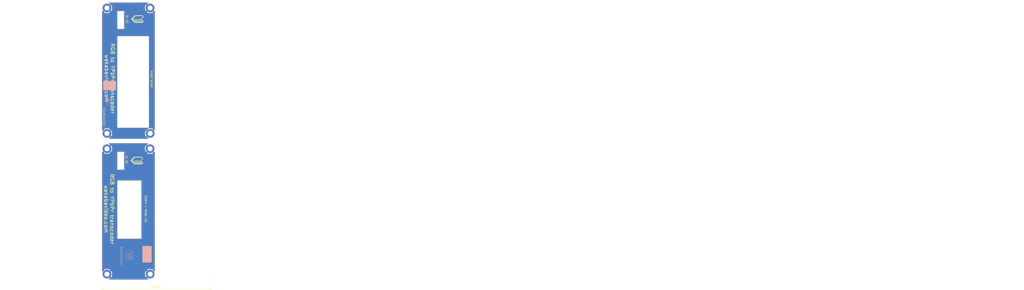
<source format=kicad_pcb>
(kicad_pcb (version 20171130) (host pcbnew "(5.1.12)-1")

  (general
    (thickness 1.6)
    (drawings 114)
    (tracks 4)
    (zones 0)
    (modules 12)
    (nets 3)
  )

  (page A4)
  (layers
    (0 F.Cu signal)
    (31 B.Cu signal)
    (32 B.Adhes user)
    (33 F.Adhes user)
    (34 B.Paste user)
    (35 F.Paste user)
    (36 B.SilkS user)
    (37 F.SilkS user)
    (38 B.Mask user)
    (39 F.Mask user)
    (40 Dwgs.User user)
    (41 Cmts.User user)
    (42 Eco1.User user)
    (43 Eco2.User user)
    (44 Edge.Cuts user)
    (45 Margin user)
    (46 B.CrtYd user)
    (47 F.CrtYd user)
    (48 B.Fab user)
    (49 F.Fab user)
  )

  (setup
    (last_trace_width 0.25)
    (trace_clearance 0.2)
    (zone_clearance 0.25)
    (zone_45_only no)
    (trace_min 0.2)
    (via_size 0.8)
    (via_drill 0.4)
    (via_min_size 0.4)
    (via_min_drill 0.3)
    (uvia_size 0.3)
    (uvia_drill 0.1)
    (uvias_allowed no)
    (uvia_min_size 0.2)
    (uvia_min_drill 0.1)
    (edge_width 0.05)
    (segment_width 0.2)
    (pcb_text_width 0.3)
    (pcb_text_size 1.5 1.5)
    (mod_edge_width 0.12)
    (mod_text_size 1 1)
    (mod_text_width 0.15)
    (pad_size 0.8 1.2)
    (pad_drill 0)
    (pad_to_mask_clearance 0.051)
    (solder_mask_min_width 0.25)
    (aux_axis_origin 0 0)
    (visible_elements 7FFFFFFF)
    (pcbplotparams
      (layerselection 0x010f0_ffffffff)
      (usegerberextensions false)
      (usegerberattributes false)
      (usegerberadvancedattributes false)
      (creategerberjobfile false)
      (excludeedgelayer true)
      (linewidth 0.100000)
      (plotframeref false)
      (viasonmask false)
      (mode 1)
      (useauxorigin false)
      (hpglpennumber 1)
      (hpglpenspeed 20)
      (hpglpendiameter 15.000000)
      (psnegative false)
      (psa4output false)
      (plotreference true)
      (plotvalue false)
      (plotinvisibletext false)
      (padsonsilk false)
      (subtractmaskfromsilk false)
      (outputformat 1)
      (mirror false)
      (drillshape 0)
      (scaleselection 1)
      (outputdirectory "./gerbscovers-rgbtocomponent"))
  )

  (net 0 "")
  (net 1 /GND1)
  (net 2 /GND3)

  (net_class Default "This is the default net class."
    (clearance 0.2)
    (trace_width 0.25)
    (via_dia 0.8)
    (via_drill 0.4)
    (uvia_dia 0.3)
    (uvia_drill 0.1)
    (add_net /GND1)
    (add_net /GND3)
  )

  (module MountingHole:MountingHole_2.7mm_M2.5_DIN965_Pad (layer F.Cu) (tedit 56D1B4CB) (tstamp 5CDD4156)
    (at 78.8 41)
    (descr "Mounting Hole 2.7mm, M2.5, DIN965")
    (tags "mounting hole 2.7mm m2.5 din965")
    (path /5CDE160A)
    (attr virtual)
    (fp_text reference H1 (at 0 -3.35) (layer F.SilkS) hide
      (effects (font (size 1 1) (thickness 0.15)))
    )
    (fp_text value MountingHole_Pad (at 0 3.35) (layer F.Fab)
      (effects (font (size 1 1) (thickness 0.15)))
    )
    (fp_circle (center 0 0) (end 2.6 0) (layer F.CrtYd) (width 0.05))
    (fp_circle (center 0 0) (end 2.35 0) (layer Cmts.User) (width 0.15))
    (fp_text user %R (at 0.3 0) (layer F.Fab)
      (effects (font (size 1 1) (thickness 0.15)))
    )
    (pad 1 thru_hole circle (at 0 0) (size 4.7 4.7) (drill 2.7) (layers *.Cu *.Mask)
      (net 1 /GND1))
  )

  (module MountingHole:MountingHole_2.7mm_M2.5_DIN965_Pad (layer F.Cu) (tedit 56D1B4CB) (tstamp 5CDD41B6)
    (at 102.2 109)
    (descr "Mounting Hole 2.7mm, M2.5, DIN965")
    (tags "mounting hole 2.7mm m2.5 din965")
    (path /5CDE220F)
    (attr virtual)
    (fp_text reference H13 (at 0 -3.35) (layer F.SilkS) hide
      (effects (font (size 1 1) (thickness 0.15)))
    )
    (fp_text value MountingHole_Pad (at 0 3.35) (layer F.Fab)
      (effects (font (size 1 1) (thickness 0.15)))
    )
    (fp_circle (center 0 0) (end 2.35 0) (layer Cmts.User) (width 0.15))
    (fp_circle (center 0 0) (end 2.6 0) (layer F.CrtYd) (width 0.05))
    (fp_text user %R (at 0.3 0) (layer F.Fab)
      (effects (font (size 1 1) (thickness 0.15)))
    )
    (pad 1 thru_hole circle (at 0 0) (size 4.7 4.7) (drill 2.7) (layers *.Cu *.Mask)
      (net 1 /GND1))
  )

  (module MountingHole:MountingHole_2.7mm_M2.5_DIN965_Pad (layer F.Cu) (tedit 56D1B4CB) (tstamp 5CDD4176)
    (at 102.15 41)
    (descr "Mounting Hole 2.7mm, M2.5, DIN965")
    (tags "mounting hole 2.7mm m2.5 din965")
    (path /5CDE1AB4)
    (attr virtual)
    (fp_text reference H5 (at 0 -3.35) (layer F.SilkS) hide
      (effects (font (size 1 1) (thickness 0.15)))
    )
    (fp_text value MountingHole_Pad (at 0 3.35) (layer F.Fab)
      (effects (font (size 1 1) (thickness 0.15)))
    )
    (fp_circle (center 0 0) (end 2.35 0) (layer Cmts.User) (width 0.15))
    (fp_circle (center 0 0) (end 2.6 0) (layer F.CrtYd) (width 0.05))
    (fp_text user %R (at 0.3 0) (layer F.Fab)
      (effects (font (size 1 1) (thickness 0.15)))
    )
    (pad 1 thru_hole circle (at 0 0) (size 4.7 4.7) (drill 2.7) (layers *.Cu *.Mask)
      (net 1 /GND1))
  )

  (module videobits:wakaba (layer F.Cu) (tedit 0) (tstamp 5CDDA79F)
    (at 95.3 47 270)
    (fp_text reference G*** (at 0 0 90) (layer F.SilkS) hide
      (effects (font (size 1.524 1.524) (thickness 0.3)))
    )
    (fp_text value LOGO (at 0.75 0 90) (layer F.SilkS) hide
      (effects (font (size 1.524 1.524) (thickness 0.3)))
    )
    (fp_poly (pts (xy 0.8128 1.6256) (xy 0.4064 1.6256) (xy 0.4064 1.2192) (xy 0.8128 1.2192)
      (xy 0.8128 1.6256)) (layer F.SilkS) (width 0.01))
    (fp_poly (pts (xy 0.8128 0.8128) (xy 0.4064 0.8128) (xy 0.4064 0.4064) (xy 0.8128 0.4064)
      (xy 0.8128 0.8128)) (layer F.SilkS) (width 0.01))
    (fp_poly (pts (xy 0.8128 0) (xy 0.4064 0) (xy 0.4064 -0.4064) (xy 0.8128 -0.4064)
      (xy 0.8128 0)) (layer F.SilkS) (width 0.01))
    (fp_poly (pts (xy 0.8128 -0.8128) (xy 0.4064 -0.8128) (xy 0.4064 -1.2192) (xy 0.8128 -1.2192)
      (xy 0.8128 -0.8128)) (layer F.SilkS) (width 0.01))
    (fp_poly (pts (xy 0.8128 0.8128) (xy 1.2192 0.8128) (xy 1.2192 1.2192) (xy 0.8128 1.2192)
      (xy 0.8128 0.8128)) (layer F.SilkS) (width 0.01))
    (fp_poly (pts (xy 0 1.2192) (xy 0 0.8128) (xy 0.4064 0.8128) (xy 0.4064 1.2192)
      (xy 0 1.2192)) (layer F.SilkS) (width 0.01))
    (fp_poly (pts (xy 0.8128 0) (xy 1.2192 0) (xy 1.2192 0.4064) (xy 0.8128 0.4064)
      (xy 0.8128 0)) (layer F.SilkS) (width 0.01))
    (fp_poly (pts (xy 0 0.4064) (xy 0 0) (xy 0.4064 0) (xy 0.4064 0.4064)
      (xy 0 0.4064)) (layer F.SilkS) (width 0.01))
    (fp_poly (pts (xy 0.8128 -0.8128) (xy 1.2192 -0.8128) (xy 1.2192 -0.4064) (xy 0.8128 -0.4064)
      (xy 0.8128 -0.8128)) (layer F.SilkS) (width 0.01))
    (fp_poly (pts (xy 0 -0.4064) (xy 0 -0.8128) (xy 0.4064 -0.8128) (xy 0.4064 -0.4064)
      (xy 0 -0.4064)) (layer F.SilkS) (width 0.01))
    (fp_poly (pts (xy 0.8128 -1.6256) (xy 1.2192 -1.6256) (xy 1.2192 -1.2192) (xy 0.8128 -1.2192)
      (xy 0.8128 -1.6256)) (layer F.SilkS) (width 0.01))
    (fp_poly (pts (xy 0 -1.2192) (xy 0 -1.6256) (xy 0.4064 -1.6256) (xy 0.4064 -1.2192)
      (xy 0 -1.2192)) (layer F.SilkS) (width 0.01))
    (fp_poly (pts (xy 0.4064 -2.032) (xy 0.8128 -2.032) (xy 0.8128 -1.6256) (xy 0.4064 -1.6256)
      (xy 0.4064 -2.032)) (layer F.SilkS) (width 0.01))
    (fp_poly (pts (xy 0.8128 -2.4384) (xy 1.2192 -2.4384) (xy 1.2192 -2.032) (xy 0.8128 -2.032)
      (xy 0.8128 -2.4384)) (layer F.SilkS) (width 0.01))
    (fp_poly (pts (xy 0.4064 2.032) (xy 0 2.032) (xy 0 1.6256) (xy 0.4064 1.6256)
      (xy 0.4064 2.032)) (layer F.SilkS) (width 0.01))
    (fp_poly (pts (xy 0.4064 -2.4384) (xy 0.4064 -2.032) (xy -0.4064 -2.032) (xy -0.4064 -2.4384)
      (xy 0.4064 -2.4384)) (layer F.SilkS) (width 0.01))
    (fp_poly (pts (xy 0.4064 -2.8448) (xy 0.8128 -2.8448) (xy 0.8128 -2.4384) (xy 0.4064 -2.4384)
      (xy 0.4064 -2.8448)) (layer F.SilkS) (width 0.01))
    (fp_poly (pts (xy 0.8128 -3.2512) (xy 1.6256 -3.2512) (xy 1.6256 -2.8448) (xy 2.032 -2.8448)
      (xy 2.032 1.6256) (xy 1.6256 1.6256) (xy 1.6256 2.032) (xy 1.2192 2.032)
      (xy 1.2192 2.4384) (xy 0.8128 2.4384) (xy 0.8128 2.8448) (xy 0.4064 2.8448)
      (xy 0.4064 3.2512) (xy -0.4064 3.2512) (xy -0.4064 2.8448) (xy -0.8128 2.8448)
      (xy -0.8128 2.4384) (xy -1.2192 2.4384) (xy -1.2192 2.032) (xy -1.6256 2.032)
      (xy -1.6256 1.6256) (xy -2.032 1.6256) (xy -2.032 -2.8448) (xy -1.6256 -2.8448)
      (xy -1.6256 1.2192) (xy -1.2192 1.2192) (xy -1.2192 1.6256) (xy -0.8128 1.6256)
      (xy -0.8128 2.032) (xy -0.4064 2.032) (xy -0.4064 2.4384) (xy 0.4064 2.4384)
      (xy 0.4064 2.032) (xy 0.8128 2.032) (xy 0.8128 1.6256) (xy 1.2192 1.6256)
      (xy 1.2192 1.2192) (xy 1.6256 1.2192) (xy 1.6256 0.8128) (xy 1.2192 0.8128)
      (xy 1.2192 0.4064) (xy 1.6256 0.4064) (xy 1.6256 0) (xy 1.2192 0)
      (xy 1.2192 -0.4064) (xy 1.6256 -0.4064) (xy 1.6256 -0.8128) (xy 1.2192 -0.8128)
      (xy 1.2192 -1.2192) (xy 1.6256 -1.2192) (xy 1.6256 -1.6256) (xy 1.2192 -1.6256)
      (xy 1.2192 -2.032) (xy 1.6256 -2.032) (xy 1.6256 -2.4384) (xy 1.2192 -2.4384)
      (xy 1.2192 -2.8448) (xy 0.8128 -2.8448) (xy 0.8128 -3.2512)) (layer F.SilkS) (width 0.01))
    (fp_poly (pts (xy -1.6256 -3.2512) (xy -0.8128 -3.2512) (xy -0.8128 -2.8448) (xy -1.6256 -2.8448)
      (xy -1.6256 -3.2512)) (layer F.SilkS) (width 0.01))
    (fp_poly (pts (xy -0.8128 -2.4384) (xy -0.8128 -2.8448) (xy -0.4064 -2.8448) (xy -0.4064 -2.4384)
      (xy -0.8128 -2.4384)) (layer F.SilkS) (width 0.01))
  )

  (module MountingHole:MountingHole_2.7mm_M2.5_DIN965_Pad (layer F.Cu) (tedit 56D1B4CB) (tstamp 5CDD4196)
    (at 78.8 109)
    (descr "Mounting Hole 2.7mm, M2.5, DIN965")
    (tags "mounting hole 2.7mm m2.5 din965")
    (path /5CDE210A)
    (attr virtual)
    (fp_text reference H9 (at 0 -3.35) (layer F.SilkS) hide
      (effects (font (size 1 1) (thickness 0.15)))
    )
    (fp_text value MountingHole_Pad (at 0 3.35) (layer F.Fab)
      (effects (font (size 1 1) (thickness 0.15)))
    )
    (fp_circle (center 0 0) (end 2.6 0) (layer F.CrtYd) (width 0.05))
    (fp_circle (center 0 0) (end 2.35 0) (layer Cmts.User) (width 0.15))
    (fp_text user %R (at 0.3 0) (layer F.Fab)
      (effects (font (size 1 1) (thickness 0.15)))
    )
    (pad 1 thru_hole circle (at 0 0) (size 4.7 4.7) (drill 2.7) (layers *.Cu *.Mask)
      (net 1 /GND1))
  )

  (module videobits:uwusmaller (layer B.Cu) (tedit 0) (tstamp 5F289E8E)
    (at 80.3 90.9 90)
    (fp_text reference G*** (at 0 0 90) (layer B.SilkS) hide
      (effects (font (size 1.524 1.524) (thickness 0.3)) (justify mirror))
    )
    (fp_text value LOGO (at 0.75 0 90) (layer B.SilkS) hide
      (effects (font (size 1.524 1.524) (thickness 0.3)) (justify mirror))
    )
    (fp_poly (pts (xy -0.550333 1.997758) (xy -0.527769 1.939343) (xy -0.495057 1.887921) (xy -0.453226 1.842581)
      (xy -0.402576 1.835444) (xy -0.313197 1.865394) (xy -0.27822 1.87983) (xy -0.134155 1.925205)
      (xy 0.024312 1.941989) (xy 0.211765 1.928824) (xy 0.442786 1.884351) (xy 0.731961 1.807212)
      (xy 0.837613 1.775873) (xy 1.082454 1.703675) (xy 1.262161 1.658801) (xy 1.392256 1.642818)
      (xy 1.488259 1.657293) (xy 1.565689 1.703793) (xy 1.640067 1.783884) (xy 1.700236 1.862949)
      (xy 1.786417 1.962144) (xy 1.840406 1.983078) (xy 1.862173 1.925742) (xy 1.862667 1.907662)
      (xy 1.875514 1.853791) (xy 1.9297 1.839872) (xy 2.005451 1.848828) (xy 2.115879 1.852383)
      (xy 2.177022 1.825414) (xy 2.177283 1.824999) (xy 2.170112 1.785932) (xy 2.129748 1.77779)
      (xy 2.048207 1.75198) (xy 1.94546 1.688628) (xy 1.926167 1.673479) (xy 1.799167 1.569379)
      (xy 1.93675 1.567856) (xy 2.03042 1.555424) (xy 2.073945 1.527187) (xy 2.074333 1.524)
      (xy 2.038453 1.490914) (xy 1.979083 1.481553) (xy 1.932348 1.475316) (xy 1.933621 1.448489)
      (xy 1.989363 1.388654) (xy 2.061642 1.322803) (xy 2.29458 1.060907) (xy 2.4833 0.733324)
      (xy 2.594106 0.4445) (xy 2.633665 0.304051) (xy 2.660295 0.166406) (xy 2.676239 0.009638)
      (xy 2.68374 -0.188178) (xy 2.685055 -0.4445) (xy 2.673026 -0.823434) (xy 2.637005 -1.137588)
      (xy 2.572932 -1.40447) (xy 2.476747 -1.641588) (xy 2.361024 -1.8415) (xy 2.277281 -1.961106)
      (xy 2.209211 -2.026104) (xy 2.129644 -2.054911) (xy 2.031673 -2.064762) (xy 1.79433 -2.038798)
      (xy 1.662618 -1.986767) (xy 1.499239 -1.873724) (xy 1.37817 -1.712799) (xy 1.289037 -1.488833)
      (xy 1.267604 -1.409621) (xy 1.212705 -1.189409) (xy 1.082602 -1.359327) (xy 0.93847 -1.497063)
      (xy 0.728787 -1.631038) (xy 0.47259 -1.753846) (xy 0.188915 -1.858081) (xy -0.103199 -1.936336)
      (xy -0.384715 -1.981206) (xy -0.535979 -1.989016) (xy -0.735889 -1.97134) (xy -0.956168 -1.923353)
      (xy -1.165524 -1.854218) (xy -1.332664 -1.773098) (xy -1.376107 -1.743015) (xy -1.487962 -1.655029)
      (xy -1.6605 -1.780014) (xy -1.782683 -1.856522) (xy -1.900414 -1.894022) (xy -2.055175 -1.904896)
      (xy -2.079249 -1.905) (xy -2.272972 -1.888157) (xy -2.44647 -1.842842) (xy -2.578107 -1.77687)
      (xy -2.645362 -1.700463) (xy -2.677642 -1.562009) (xy -2.695136 -1.374142) (xy -2.695729 -1.295433)
      (xy -2.624667 -1.295433) (xy -2.607796 -1.5107) (xy -2.550153 -1.658714) (xy -2.441197 -1.751306)
      (xy -2.270384 -1.800309) (xy -2.164654 -1.811727) (xy -2.006871 -1.817734) (xy -1.896707 -1.802649)
      (xy -1.798188 -1.758824) (xy -1.737866 -1.72098) (xy -1.572196 -1.611344) (xy -1.691954 -1.483142)
      (xy -1.786269 -1.32598) (xy -1.840478 -1.110178) (xy -1.855172 -0.851341) (xy -1.830941 -0.565076)
      (xy -1.768375 -0.266987) (xy -1.668066 0.02732) (xy -1.631667 0.110454) (xy -1.556158 0.288752)
      (xy -1.494151 0.462526) (xy -1.456684 0.600105) (xy -1.452543 0.624417) (xy -1.428578 0.734199)
      (xy -1.397484 0.797889) (xy -1.385349 0.804334) (xy -1.357221 0.768001) (xy -1.358186 0.669936)
      (xy -1.384719 0.526536) (xy -1.433293 0.354199) (xy -1.500382 0.169323) (xy -1.543382 0.069363)
      (xy -1.672065 -0.280205) (xy -1.744153 -0.632423) (xy -1.755735 -0.964343) (xy -1.741504 -1.092856)
      (xy -1.662057 -1.322318) (xy -1.503002 -1.526078) (xy -1.26596 -1.702305) (xy -1.143195 -1.767836)
      (xy -1.013552 -1.824826) (xy -0.894239 -1.858803) (xy -0.75529 -1.875211) (xy -0.566735 -1.879497)
      (xy -0.529167 -1.879419) (xy -0.312505 -1.872472) (xy -0.126748 -1.849242) (xy 0.066483 -1.803108)
      (xy 0.256117 -1.74398) (xy 0.567714 -1.621096) (xy 0.809678 -1.478351) (xy 0.996474 -1.305708)
      (xy 1.10746 -1.153174) (xy 1.146873 -1.083718) (xy 1.173439 -1.014293) (xy 1.189176 -0.927548)
      (xy 1.196103 -0.806133) (xy 1.19624 -0.632698) (xy 1.192356 -0.423653) (xy 1.173777 -0.025326)
      (xy 1.135852 0.301551) (xy 1.076429 0.568433) (xy 0.993352 0.786771) (xy 0.949059 0.869887)
      (xy 0.882904 1.003141) (xy 0.86492 1.082798) (xy 0.888656 1.101651) (xy 0.947665 1.05249)
      (xy 1.021422 0.950768) (xy 1.148571 0.695058) (xy 1.229414 0.396293) (xy 1.267036 0.041144)
      (xy 1.270689 -0.12531) (xy 1.276795 -0.455291) (xy 1.292972 -0.773477) (xy 1.317701 -1.065071)
      (xy 1.349463 -1.315276) (xy 1.38674 -1.509292) (xy 1.42468 -1.625613) (xy 1.52892 -1.77428)
      (xy 1.672383 -1.888225) (xy 1.835598 -1.960931) (xy 1.999091 -1.985882) (xy 2.143389 -1.956561)
      (xy 2.227846 -1.894416) (xy 2.337581 -1.738099) (xy 2.445723 -1.531015) (xy 2.536718 -1.305906)
      (xy 2.584815 -1.143) (xy 2.607805 -1.002428) (xy 2.626457 -0.806443) (xy 2.638463 -0.584274)
      (xy 2.641698 -0.423333) (xy 2.639651 -0.189852) (xy 2.628664 -0.010324) (xy 2.604502 0.145834)
      (xy 2.562929 0.309206) (xy 2.521835 0.442265) (xy 2.457848 0.620706) (xy 2.389837 0.776954)
      (xy 2.328849 0.886752) (xy 2.306894 0.914288) (xy 2.232013 1.001256) (xy 2.189365 1.070795)
      (xy 2.142327 1.132656) (xy 2.051553 1.215776) (xy 2.003297 1.253335) (xy 1.846154 1.37434)
      (xy 1.751955 1.462708) (xy 1.711634 1.530337) (xy 1.71613 1.589128) (xy 1.728908 1.613577)
      (xy 1.775468 1.707327) (xy 1.76491 1.741406) (xy 1.702142 1.713774) (xy 1.62836 1.655386)
      (xy 1.530311 1.579046) (xy 1.437162 1.539541) (xy 1.313439 1.525284) (xy 1.226193 1.524)
      (xy 1.091501 1.530461) (xy 1.000248 1.547319) (xy 0.973667 1.566334) (xy 1.007409 1.608466)
      (xy 1.026583 1.612887) (xy 1.051326 1.62301) (xy 1.012577 1.640204) (xy 0.930698 1.659845)
      (xy 0.826053 1.677307) (xy 0.719004 1.687968) (xy 0.69094 1.689114) (xy 0.562372 1.706971)
      (xy 0.464257 1.746192) (xy 0.448785 1.758596) (xy 0.324452 1.848686) (xy 0.177195 1.8833)
      (xy -0.00946 1.864037) (xy -0.173425 1.819018) (xy -0.470367 1.723539) (xy -0.53777 1.819769)
      (xy -0.605172 1.916) (xy -0.686714 1.81525) (xy -0.752324 1.752538) (xy -0.788731 1.76514)
      (xy -0.790119 1.768308) (xy -0.838059 1.818958) (xy -0.927122 1.880752) (xy -1.020865 1.930894)
      (xy -1.07635 1.947334) (xy -1.07987 1.913714) (xy -1.058903 1.842999) (xy -1.039366 1.749268)
      (xy -1.075134 1.719025) (xy -1.164873 1.752831) (xy -1.209141 1.780132) (xy -1.319023 1.829236)
      (xy -1.450204 1.857053) (xy -1.572628 1.860767) (xy -1.656242 1.837566) (xy -1.670326 1.823312)
      (xy -1.651317 1.785424) (xy -1.573654 1.740966) (xy -1.548079 1.730956) (xy -1.447877 1.681696)
      (xy -1.430315 1.640908) (xy -1.493393 1.614831) (xy -1.587243 1.608667) (xy -1.826666 1.569227)
      (xy -2.03604 1.450669) (xy -2.084917 1.407554) (xy -2.17377 1.312905) (xy -2.195275 1.265575)
      (xy -2.150772 1.26854) (xy -2.046362 1.321958) (xy -1.921623 1.378418) (xy -1.77168 1.407583)
      (xy -1.595392 1.41578) (xy -1.411917 1.409183) (xy -1.310176 1.386101) (xy -1.290618 1.347025)
      (xy -1.353694 1.292446) (xy -1.441206 1.24799) (xy -1.60096 1.154797) (xy -1.715801 1.030438)
      (xy -1.801886 0.853961) (xy -1.842785 0.727252) (xy -1.889313 0.597731) (xy -1.96669 0.417033)
      (xy -2.064606 0.207966) (xy -2.172747 -0.00666) (xy -2.185713 -0.03131) (xy -2.345644 -0.343541)
      (xy -2.464004 -0.5998) (xy -2.545888 -0.814762) (xy -2.596391 -1.003099) (xy -2.620608 -1.179485)
      (xy -2.624667 -1.295433) (xy -2.695729 -1.295433) (xy -2.696668 -1.171016) (xy -2.681059 -0.986784)
      (xy -2.671747 -0.935028) (xy -2.633027 -0.807516) (xy -2.56405 -0.629937) (xy -2.474884 -0.426668)
      (xy -2.384326 -0.239202) (xy -2.250506 0.025019) (xy -2.149365 0.226392) (xy -2.075126 0.377498)
      (xy -2.022012 0.490916) (xy -1.984245 0.579228) (xy -1.956049 0.655014) (xy -1.931645 0.730855)
      (xy -1.918013 0.776251) (xy -1.836928 0.99588) (xy -1.738134 1.151584) (xy -1.608049 1.264005)
      (xy -1.589312 1.275799) (xy -1.4605 1.354351) (xy -1.608667 1.353579) (xy -1.789099 1.322972)
      (xy -1.998027 1.240541) (xy -2.207895 1.117921) (xy -2.265102 1.076425) (xy -2.363765 1.013539)
      (xy -2.409412 1.013788) (xy -2.401931 1.074207) (xy -2.34121 1.191828) (xy -2.273426 1.297128)
      (xy -2.089869 1.501067) (xy -1.924176 1.608581) (xy -1.7145 1.714329) (xy -1.862667 1.738717)
      (xy -2.010833 1.763104) (xy -1.799167 1.858973) (xy -1.606079 1.92595) (xy -1.423656 1.939023)
      (xy -1.390272 1.936506) (xy -1.269201 1.930514) (xy -1.216525 1.944457) (xy -1.214885 1.975085)
      (xy -1.202848 2.019977) (xy -1.128944 2.030111) (xy -1.008321 2.005894) (xy -0.899056 1.966586)
      (xy -0.795149 1.927846) (xy -0.738035 1.926174) (xy -0.698386 1.961572) (xy -0.694665 1.966586)
      (xy -0.633601 2.01887) (xy -0.574762 2.03045) (xy -0.550333 1.997758)) (layer B.SilkS) (width 0.01))
    (fp_poly (pts (xy 0.110191 -1.330053) (xy 0.112762 -1.33629) (xy 0.099781 -1.412469) (xy 0.023236 -1.520087)
      (xy -0.002705 -1.547956) (xy -0.124793 -1.65379) (xy -0.226032 -1.689613) (xy -0.323778 -1.660971)
      (xy -0.335034 -1.654141) (xy -0.417248 -1.633643) (xy -0.527876 -1.637824) (xy -0.638506 -1.63048)
      (xy -0.747933 -1.583673) (xy -0.841928 -1.512084) (xy -0.906262 -1.430395) (xy -0.926706 -1.353285)
      (xy -0.889031 -1.295436) (xy -0.869078 -1.285786) (xy -0.796023 -1.293609) (xy -0.701752 -1.344742)
      (xy -0.693211 -1.351263) (xy -0.610844 -1.40792) (xy -0.556874 -1.41144) (xy -0.508717 -1.376481)
      (xy -0.405085 -1.317464) (xy -0.313262 -1.341673) (xy -0.269222 -1.386416) (xy -0.223701 -1.433087)
      (xy -0.182346 -1.42113) (xy -0.13077 -1.36525) (xy -0.036166 -1.288443) (xy 0.050786 -1.275923)
      (xy 0.110191 -1.330053)) (layer B.SilkS) (width 0.01))
    (fp_poly (pts (xy -1.221604 -0.626888) (xy -1.243922 -0.713281) (xy -1.262561 -0.761569) (xy -1.312621 -0.864748)
      (xy -1.354739 -0.924757) (xy -1.365818 -0.930902) (xy -1.371834 -0.897084) (xy -1.347511 -0.812101)
      (xy -1.334068 -0.777996) (xy -1.293282 -0.676697) (xy -1.271257 -0.614824) (xy -1.27 -0.608663)
      (xy -1.237597 -0.592908) (xy -1.230811 -0.592666) (xy -1.221604 -0.626888)) (layer B.SilkS) (width 0.01))
    (fp_poly (pts (xy -1.115282 -0.648606) (xy -1.115806 -0.697748) (xy -1.13957 -0.755591) (xy -1.179299 -0.844071)
      (xy -1.17849 -0.876408) (xy -1.13937 -0.843434) (xy -1.12318 -0.823007) (xy -1.072785 -0.769526)
      (xy -1.061235 -0.789955) (xy -1.084029 -0.86437) (xy -1.118455 -0.919456) (xy -1.177984 -0.917772)
      (xy -1.216455 -0.903506) (xy -1.243718 -0.86946) (xy -1.222515 -0.795087) (xy -1.20275 -0.754747)
      (xy -1.153337 -0.675281) (xy -1.118281 -0.646961) (xy -1.115282 -0.648606)) (layer B.SilkS) (width 0.01))
    (fp_poly (pts (xy -1.493897 -0.659411) (xy -1.52508 -0.745707) (xy -1.574093 -0.828724) (xy -1.623662 -0.873564)
      (xy -1.631515 -0.874888) (xy -1.686852 -0.858461) (xy -1.693333 -0.84532) (xy -1.670723 -0.794961)
      (xy -1.617685 -0.72011) (xy -1.556407 -0.648068) (xy -1.509078 -0.606138) (xy -1.497816 -0.604739)
      (xy -1.493897 -0.659411)) (layer B.SilkS) (width 0.01))
    (fp_poly (pts (xy -1.35954 -0.664131) (xy -1.380762 -0.730927) (xy -1.418167 -0.804333) (xy -1.46226 -0.864818)
      (xy -1.479996 -0.848283) (xy -1.480167 -0.844174) (xy -1.457081 -0.759854) (xy -1.419513 -0.696007)
      (xy -1.372513 -0.648003) (xy -1.35954 -0.664131)) (layer B.SilkS) (width 0.01))
    (fp_poly (pts (xy 0.283687 -0.783571) (xy 0.252766 -0.851742) (xy 0.208791 -0.888783) (xy 0.205648 -0.889)
      (xy 0.192342 -0.858324) (xy 0.213607 -0.800707) (xy 0.256316 -0.74) (xy 0.279593 -0.731148)
      (xy 0.283687 -0.783571)) (layer B.SilkS) (width 0.01))
    (fp_poly (pts (xy 0.539089 -0.603597) (xy 0.486863 -0.685101) (xy 0.442345 -0.740833) (xy 0.334778 -0.867833)
      (xy 0.399921 -0.732934) (xy 0.4552 -0.634835) (xy 0.503587 -0.574611) (xy 0.507699 -0.571686)
      (xy 0.547716 -0.561438) (xy 0.539089 -0.603597)) (layer B.SilkS) (width 0.01))
    (fp_poly (pts (xy 0.675925 -0.607156) (xy 0.653015 -0.662286) (xy 0.595661 -0.746618) (xy 0.592667 -0.750448)
      (xy 0.536118 -0.811181) (xy 0.508531 -0.818909) (xy 0.508 -0.814732) (xy 0.527836 -0.763431)
      (xy 0.574119 -0.694163) (xy 0.627006 -0.631453) (xy 0.666659 -0.599826) (xy 0.675925 -0.607156)) (layer B.SilkS) (width 0.01))
    (fp_poly (pts (xy 0.888713 -0.577558) (xy 0.889 -0.583583) (xy 0.862779 -0.641019) (xy 0.800962 -0.723216)
      (xy 0.728814 -0.800823) (xy 0.671603 -0.844491) (xy 0.662519 -0.846666) (xy 0.662228 -0.817002)
      (xy 0.70326 -0.743463) (xy 0.718755 -0.720946) (xy 0.803979 -0.6136) (xy 0.863564 -0.563438)
      (xy 0.888713 -0.577558)) (layer B.SilkS) (width 0.01))
    (fp_poly (pts (xy 1.008084 -0.591786) (xy 0.995984 -0.652981) (xy 0.948873 -0.738976) (xy 0.889429 -0.815087)
      (xy 0.841409 -0.846666) (xy 0.838357 -0.815893) (xy 0.875492 -0.738526) (xy 0.899194 -0.700201)
      (xy 0.960326 -0.618783) (xy 1.001152 -0.586955) (xy 1.008084 -0.591786)) (layer B.SilkS) (width 0.01))
    (fp_poly (pts (xy -0.550918 -0.711022) (xy -0.535025 -0.740833) (xy -0.541529 -0.795447) (xy -0.572829 -0.804333)
      (xy -0.627794 -0.770417) (xy -0.635 -0.740833) (xy -0.614547 -0.684462) (xy -0.597196 -0.677333)
      (xy -0.550918 -0.711022)) (layer B.SilkS) (width 0.01))
    (fp_poly (pts (xy -0.179166 -0.693055) (xy -0.178549 -0.726207) (xy -0.23198 -0.782406) (xy -0.272967 -0.797792)
      (xy -0.328834 -0.78861) (xy -0.329451 -0.755459) (xy -0.27602 -0.699259) (xy -0.235033 -0.683873)
      (xy -0.179166 -0.693055)) (layer B.SilkS) (width 0.01))
    (fp_poly (pts (xy -0.526072 0.310455) (xy -0.469171 0.249613) (xy -0.465331 0.143443) (xy -0.510048 0.008702)
      (xy -0.598816 -0.137851) (xy -0.66926 -0.22225) (xy -0.796845 -0.3173) (xy -0.927677 -0.328219)
      (xy -1.067978 -0.255487) (xy -1.070727 -0.253338) (xy -1.17427 -0.135506) (xy -1.236594 0.007931)
      (xy -1.247632 0.146945) (xy -1.227019 0.212878) (xy -1.164268 0.276998) (xy -1.115125 0.278451)
      (xy -1.049188 0.256797) (xy -1.033704 0.254) (xy -1.021147 0.217204) (xy -1.016 0.130024)
      (xy -0.994481 0.014645) (xy -0.941257 -0.069215) (xy -0.873326 -0.102387) (xy -0.82557 -0.084724)
      (xy -0.772932 -0.015598) (xy -0.719713 0.090229) (xy -0.717126 0.096654) (xy -0.652991 0.236782)
      (xy -0.596245 0.305439) (xy -0.536737 0.313987) (xy -0.526072 0.310455)) (layer B.SilkS) (width 0.01))
    (fp_poly (pts (xy 0.651615 0.279067) (xy 0.674513 0.212765) (xy 0.677333 0.143187) (xy 0.662277 0.031343)
      (xy 0.606534 -0.070456) (xy 0.51298 -0.174313) (xy 0.359202 -0.296461) (xy 0.223916 -0.336361)
      (xy 0.106219 -0.294183) (xy 0.066473 -0.257285) (xy 0.010535 -0.155968) (xy -0.023863 -0.019852)
      (xy -0.030948 0.114067) (xy -0.00601 0.207253) (xy 0.056349 0.248974) (xy 0.120596 0.224323)
      (xy 0.163635 0.147824) (xy 0.169981 0.096579) (xy 0.181823 -0.009781) (xy 0.203827 -0.073431)
      (xy 0.257469 -0.098041) (xy 0.330098 -0.060906) (xy 0.404333 0.023257) (xy 0.462796 0.139736)
      (xy 0.46571 0.148298) (xy 0.523752 0.261532) (xy 0.59595 0.296334) (xy 0.651615 0.279067)) (layer B.SilkS) (width 0.01))
    (fp_poly (pts (xy 0.150421 0.872686) (xy 0.296091 0.799942) (xy 0.321527 0.783167) (xy 0.503783 0.697393)
      (xy 0.637445 0.677334) (xy 0.802759 0.665797) (xy 0.89695 0.627971) (xy 0.930795 0.559033)
      (xy 0.931333 0.545805) (xy 0.92114 0.501635) (xy 0.878057 0.477353) (xy 0.783329 0.467291)
      (xy 0.666185 0.465667) (xy 0.502885 0.47217) (xy 0.381342 0.500291) (xy 0.25927 0.562955)
      (xy 0.18075 0.614017) (xy 0.044608 0.717662) (xy -0.014647 0.794096) (xy -0.015239 0.825683)
      (xy 0.044325 0.881559) (xy 0.150421 0.872686)) (layer B.SilkS) (width 0.01))
    (fp_poly (pts (xy -0.286369 0.98033) (xy -0.282729 0.976996) (xy -0.257113 0.910584) (xy -0.280228 0.856085)
      (xy -0.347591 0.799289) (xy -0.470832 0.736983) (xy -0.628801 0.675619) (xy -0.800349 0.621646)
      (xy -0.964328 0.581516) (xy -1.099588 0.561678) (xy -1.184979 0.568582) (xy -1.197281 0.576393)
      (xy -1.223854 0.641129) (xy -1.227667 0.680668) (xy -1.200947 0.735258) (xy -1.110974 0.771471)
      (xy -1.04775 0.783724) (xy -0.910659 0.815586) (xy -0.737956 0.868594) (xy -0.599278 0.918939)
      (xy -0.44043 0.975817) (xy -0.341134 0.995363) (xy -0.286369 0.98033)) (layer B.SilkS) (width 0.01))
  )

  (module MountingHole:MountingHole_2.7mm_M2.5_DIN965_Pad (layer F.Cu) (tedit 56D1B4CB) (tstamp 5CDD41C6)
    (at 102.2 185.3)
    (descr "Mounting Hole 2.7mm, M2.5, DIN965")
    (tags "mounting hole 2.7mm m2.5 din965")
    (path /5CDE41CB)
    (attr virtual)
    (fp_text reference H15 (at 0 -3.35) (layer F.SilkS) hide
      (effects (font (size 1 1) (thickness 0.15)))
    )
    (fp_text value MountingHole_Pad (at 0 3.35) (layer F.Fab)
      (effects (font (size 1 1) (thickness 0.15)))
    )
    (fp_circle (center 0 0) (end 2.35 0) (layer Cmts.User) (width 0.15))
    (fp_circle (center 0 0) (end 2.6 0) (layer F.CrtYd) (width 0.05))
    (fp_text user %R (at 0.3 0) (layer F.Fab)
      (effects (font (size 1 1) (thickness 0.15)))
    )
    (pad 1 thru_hole circle (at 0 0) (size 4.7 4.7) (drill 2.7) (layers *.Cu *.Mask)
      (net 2 /GND3))
  )

  (module MountingHole:MountingHole_2.7mm_M2.5_DIN965_Pad (layer F.Cu) (tedit 56D1B4CB) (tstamp 5CDD4166)
    (at 78.8 117.3)
    (descr "Mounting Hole 2.7mm, M2.5, DIN965")
    (tags "mounting hole 2.7mm m2.5 din965")
    (path /5CDE41B9)
    (attr virtual)
    (fp_text reference H3 (at 0 -3.35) (layer F.SilkS) hide
      (effects (font (size 1 1) (thickness 0.15)))
    )
    (fp_text value MountingHole_Pad (at 0 3.35) (layer F.Fab)
      (effects (font (size 1 1) (thickness 0.15)))
    )
    (fp_circle (center 0 0) (end 2.6 0) (layer F.CrtYd) (width 0.05))
    (fp_circle (center 0 0) (end 2.35 0) (layer Cmts.User) (width 0.15))
    (fp_text user %R (at 0.3 0) (layer F.Fab)
      (effects (font (size 1 1) (thickness 0.15)))
    )
    (pad 1 thru_hole circle (at 0 0) (size 4.7 4.7) (drill 2.7) (layers *.Cu *.Mask)
      (net 2 /GND3))
  )

  (module MountingHole:MountingHole_2.7mm_M2.5_DIN965_Pad (layer F.Cu) (tedit 56D1B4CB) (tstamp 5CDD41A6)
    (at 78.8 185.3)
    (descr "Mounting Hole 2.7mm, M2.5, DIN965")
    (tags "mounting hole 2.7mm m2.5 din965")
    (path /5CDE41C5)
    (attr virtual)
    (fp_text reference H11 (at 0 -3.35) (layer F.SilkS) hide
      (effects (font (size 1 1) (thickness 0.15)))
    )
    (fp_text value MountingHole_Pad (at 0 3.35) (layer F.Fab)
      (effects (font (size 1 1) (thickness 0.15)))
    )
    (fp_circle (center 0 0) (end 2.6 0) (layer F.CrtYd) (width 0.05))
    (fp_circle (center 0 0) (end 2.35 0) (layer Cmts.User) (width 0.15))
    (fp_text user %R (at 0.3 0) (layer F.Fab)
      (effects (font (size 1 1) (thickness 0.15)))
    )
    (pad 1 thru_hole circle (at 0 0) (size 4.7 4.7) (drill 2.7) (layers *.Cu *.Mask)
      (net 2 /GND3))
  )

  (module MountingHole:MountingHole_2.7mm_M2.5_DIN965_Pad (layer F.Cu) (tedit 56D1B4CB) (tstamp 5CDD4186)
    (at 102.15 117.3)
    (descr "Mounting Hole 2.7mm, M2.5, DIN965")
    (tags "mounting hole 2.7mm m2.5 din965")
    (path /5CDE41BF)
    (attr virtual)
    (fp_text reference H7 (at 0 -3.35) (layer F.SilkS) hide
      (effects (font (size 1 1) (thickness 0.15)))
    )
    (fp_text value MountingHole_Pad (at 0 3.35) (layer F.Fab)
      (effects (font (size 1 1) (thickness 0.15)))
    )
    (fp_circle (center 0 0) (end 2.35 0) (layer Cmts.User) (width 0.15))
    (fp_circle (center 0 0) (end 2.6 0) (layer F.CrtYd) (width 0.05))
    (fp_text user %R (at 0.3 0) (layer F.Fab)
      (effects (font (size 1 1) (thickness 0.15)))
    )
    (pad 1 thru_hole circle (at 0 0) (size 4.7 4.7) (drill 2.7) (layers *.Cu *.Mask)
      (net 2 /GND3))
  )

  (module videobits:wakaba (layer F.Cu) (tedit 0) (tstamp 5CDDA7FC)
    (at 95 123.7 270)
    (fp_text reference G*** (at 0 0 90) (layer F.SilkS) hide
      (effects (font (size 1.524 1.524) (thickness 0.3)))
    )
    (fp_text value LOGO (at 0.75 0 90) (layer F.SilkS) hide
      (effects (font (size 1.524 1.524) (thickness 0.3)))
    )
    (fp_poly (pts (xy 0.8128 1.6256) (xy 0.4064 1.6256) (xy 0.4064 1.2192) (xy 0.8128 1.2192)
      (xy 0.8128 1.6256)) (layer F.SilkS) (width 0.01))
    (fp_poly (pts (xy 0.8128 0.8128) (xy 0.4064 0.8128) (xy 0.4064 0.4064) (xy 0.8128 0.4064)
      (xy 0.8128 0.8128)) (layer F.SilkS) (width 0.01))
    (fp_poly (pts (xy 0.8128 0) (xy 0.4064 0) (xy 0.4064 -0.4064) (xy 0.8128 -0.4064)
      (xy 0.8128 0)) (layer F.SilkS) (width 0.01))
    (fp_poly (pts (xy 0.8128 -0.8128) (xy 0.4064 -0.8128) (xy 0.4064 -1.2192) (xy 0.8128 -1.2192)
      (xy 0.8128 -0.8128)) (layer F.SilkS) (width 0.01))
    (fp_poly (pts (xy 0.8128 0.8128) (xy 1.2192 0.8128) (xy 1.2192 1.2192) (xy 0.8128 1.2192)
      (xy 0.8128 0.8128)) (layer F.SilkS) (width 0.01))
    (fp_poly (pts (xy 0 1.2192) (xy 0 0.8128) (xy 0.4064 0.8128) (xy 0.4064 1.2192)
      (xy 0 1.2192)) (layer F.SilkS) (width 0.01))
    (fp_poly (pts (xy 0.8128 0) (xy 1.2192 0) (xy 1.2192 0.4064) (xy 0.8128 0.4064)
      (xy 0.8128 0)) (layer F.SilkS) (width 0.01))
    (fp_poly (pts (xy 0 0.4064) (xy 0 0) (xy 0.4064 0) (xy 0.4064 0.4064)
      (xy 0 0.4064)) (layer F.SilkS) (width 0.01))
    (fp_poly (pts (xy 0.8128 -0.8128) (xy 1.2192 -0.8128) (xy 1.2192 -0.4064) (xy 0.8128 -0.4064)
      (xy 0.8128 -0.8128)) (layer F.SilkS) (width 0.01))
    (fp_poly (pts (xy 0 -0.4064) (xy 0 -0.8128) (xy 0.4064 -0.8128) (xy 0.4064 -0.4064)
      (xy 0 -0.4064)) (layer F.SilkS) (width 0.01))
    (fp_poly (pts (xy 0.8128 -1.6256) (xy 1.2192 -1.6256) (xy 1.2192 -1.2192) (xy 0.8128 -1.2192)
      (xy 0.8128 -1.6256)) (layer F.SilkS) (width 0.01))
    (fp_poly (pts (xy 0 -1.2192) (xy 0 -1.6256) (xy 0.4064 -1.6256) (xy 0.4064 -1.2192)
      (xy 0 -1.2192)) (layer F.SilkS) (width 0.01))
    (fp_poly (pts (xy 0.4064 -2.032) (xy 0.8128 -2.032) (xy 0.8128 -1.6256) (xy 0.4064 -1.6256)
      (xy 0.4064 -2.032)) (layer F.SilkS) (width 0.01))
    (fp_poly (pts (xy 0.8128 -2.4384) (xy 1.2192 -2.4384) (xy 1.2192 -2.032) (xy 0.8128 -2.032)
      (xy 0.8128 -2.4384)) (layer F.SilkS) (width 0.01))
    (fp_poly (pts (xy 0.4064 2.032) (xy 0 2.032) (xy 0 1.6256) (xy 0.4064 1.6256)
      (xy 0.4064 2.032)) (layer F.SilkS) (width 0.01))
    (fp_poly (pts (xy 0.4064 -2.4384) (xy 0.4064 -2.032) (xy -0.4064 -2.032) (xy -0.4064 -2.4384)
      (xy 0.4064 -2.4384)) (layer F.SilkS) (width 0.01))
    (fp_poly (pts (xy 0.4064 -2.8448) (xy 0.8128 -2.8448) (xy 0.8128 -2.4384) (xy 0.4064 -2.4384)
      (xy 0.4064 -2.8448)) (layer F.SilkS) (width 0.01))
    (fp_poly (pts (xy 0.8128 -3.2512) (xy 1.6256 -3.2512) (xy 1.6256 -2.8448) (xy 2.032 -2.8448)
      (xy 2.032 1.6256) (xy 1.6256 1.6256) (xy 1.6256 2.032) (xy 1.2192 2.032)
      (xy 1.2192 2.4384) (xy 0.8128 2.4384) (xy 0.8128 2.8448) (xy 0.4064 2.8448)
      (xy 0.4064 3.2512) (xy -0.4064 3.2512) (xy -0.4064 2.8448) (xy -0.8128 2.8448)
      (xy -0.8128 2.4384) (xy -1.2192 2.4384) (xy -1.2192 2.032) (xy -1.6256 2.032)
      (xy -1.6256 1.6256) (xy -2.032 1.6256) (xy -2.032 -2.8448) (xy -1.6256 -2.8448)
      (xy -1.6256 1.2192) (xy -1.2192 1.2192) (xy -1.2192 1.6256) (xy -0.8128 1.6256)
      (xy -0.8128 2.032) (xy -0.4064 2.032) (xy -0.4064 2.4384) (xy 0.4064 2.4384)
      (xy 0.4064 2.032) (xy 0.8128 2.032) (xy 0.8128 1.6256) (xy 1.2192 1.6256)
      (xy 1.2192 1.2192) (xy 1.6256 1.2192) (xy 1.6256 0.8128) (xy 1.2192 0.8128)
      (xy 1.2192 0.4064) (xy 1.6256 0.4064) (xy 1.6256 0) (xy 1.2192 0)
      (xy 1.2192 -0.4064) (xy 1.6256 -0.4064) (xy 1.6256 -0.8128) (xy 1.2192 -0.8128)
      (xy 1.2192 -1.2192) (xy 1.6256 -1.2192) (xy 1.6256 -1.6256) (xy 1.2192 -1.6256)
      (xy 1.2192 -2.032) (xy 1.6256 -2.032) (xy 1.6256 -2.4384) (xy 1.2192 -2.4384)
      (xy 1.2192 -2.8448) (xy 0.8128 -2.8448) (xy 0.8128 -3.2512)) (layer F.SilkS) (width 0.01))
    (fp_poly (pts (xy -1.6256 -3.2512) (xy -0.8128 -3.2512) (xy -0.8128 -2.8448) (xy -1.6256 -2.8448)
      (xy -1.6256 -3.2512)) (layer F.SilkS) (width 0.01))
    (fp_poly (pts (xy -0.8128 -2.4384) (xy -0.8128 -2.8448) (xy -0.4064 -2.8448) (xy -0.4064 -2.4384)
      (xy -0.8128 -2.4384)) (layer F.SilkS) (width 0.01))
  )

  (module videobits:uwusmaller (layer B.Cu) (tedit 0) (tstamp 5F289CEE)
    (at 91 175 90)
    (fp_text reference G*** (at 0 0 90) (layer B.SilkS) hide
      (effects (font (size 1.524 1.524) (thickness 0.3)) (justify mirror))
    )
    (fp_text value LOGO (at 0.75 0 90) (layer B.SilkS) hide
      (effects (font (size 1.524 1.524) (thickness 0.3)) (justify mirror))
    )
    (fp_poly (pts (xy -0.286369 0.98033) (xy -0.282729 0.976996) (xy -0.257113 0.910584) (xy -0.280228 0.856085)
      (xy -0.347591 0.799289) (xy -0.470832 0.736983) (xy -0.628801 0.675619) (xy -0.800349 0.621646)
      (xy -0.964328 0.581516) (xy -1.099588 0.561678) (xy -1.184979 0.568582) (xy -1.197281 0.576393)
      (xy -1.223854 0.641129) (xy -1.227667 0.680668) (xy -1.200947 0.735258) (xy -1.110974 0.771471)
      (xy -1.04775 0.783724) (xy -0.910659 0.815586) (xy -0.737956 0.868594) (xy -0.599278 0.918939)
      (xy -0.44043 0.975817) (xy -0.341134 0.995363) (xy -0.286369 0.98033)) (layer B.SilkS) (width 0.01))
    (fp_poly (pts (xy 0.150421 0.872686) (xy 0.296091 0.799942) (xy 0.321527 0.783167) (xy 0.503783 0.697393)
      (xy 0.637445 0.677334) (xy 0.802759 0.665797) (xy 0.89695 0.627971) (xy 0.930795 0.559033)
      (xy 0.931333 0.545805) (xy 0.92114 0.501635) (xy 0.878057 0.477353) (xy 0.783329 0.467291)
      (xy 0.666185 0.465667) (xy 0.502885 0.47217) (xy 0.381342 0.500291) (xy 0.25927 0.562955)
      (xy 0.18075 0.614017) (xy 0.044608 0.717662) (xy -0.014647 0.794096) (xy -0.015239 0.825683)
      (xy 0.044325 0.881559) (xy 0.150421 0.872686)) (layer B.SilkS) (width 0.01))
    (fp_poly (pts (xy 0.651615 0.279067) (xy 0.674513 0.212765) (xy 0.677333 0.143187) (xy 0.662277 0.031343)
      (xy 0.606534 -0.070456) (xy 0.51298 -0.174313) (xy 0.359202 -0.296461) (xy 0.223916 -0.336361)
      (xy 0.106219 -0.294183) (xy 0.066473 -0.257285) (xy 0.010535 -0.155968) (xy -0.023863 -0.019852)
      (xy -0.030948 0.114067) (xy -0.00601 0.207253) (xy 0.056349 0.248974) (xy 0.120596 0.224323)
      (xy 0.163635 0.147824) (xy 0.169981 0.096579) (xy 0.181823 -0.009781) (xy 0.203827 -0.073431)
      (xy 0.257469 -0.098041) (xy 0.330098 -0.060906) (xy 0.404333 0.023257) (xy 0.462796 0.139736)
      (xy 0.46571 0.148298) (xy 0.523752 0.261532) (xy 0.59595 0.296334) (xy 0.651615 0.279067)) (layer B.SilkS) (width 0.01))
    (fp_poly (pts (xy -0.526072 0.310455) (xy -0.469171 0.249613) (xy -0.465331 0.143443) (xy -0.510048 0.008702)
      (xy -0.598816 -0.137851) (xy -0.66926 -0.22225) (xy -0.796845 -0.3173) (xy -0.927677 -0.328219)
      (xy -1.067978 -0.255487) (xy -1.070727 -0.253338) (xy -1.17427 -0.135506) (xy -1.236594 0.007931)
      (xy -1.247632 0.146945) (xy -1.227019 0.212878) (xy -1.164268 0.276998) (xy -1.115125 0.278451)
      (xy -1.049188 0.256797) (xy -1.033704 0.254) (xy -1.021147 0.217204) (xy -1.016 0.130024)
      (xy -0.994481 0.014645) (xy -0.941257 -0.069215) (xy -0.873326 -0.102387) (xy -0.82557 -0.084724)
      (xy -0.772932 -0.015598) (xy -0.719713 0.090229) (xy -0.717126 0.096654) (xy -0.652991 0.236782)
      (xy -0.596245 0.305439) (xy -0.536737 0.313987) (xy -0.526072 0.310455)) (layer B.SilkS) (width 0.01))
    (fp_poly (pts (xy -0.179166 -0.693055) (xy -0.178549 -0.726207) (xy -0.23198 -0.782406) (xy -0.272967 -0.797792)
      (xy -0.328834 -0.78861) (xy -0.329451 -0.755459) (xy -0.27602 -0.699259) (xy -0.235033 -0.683873)
      (xy -0.179166 -0.693055)) (layer B.SilkS) (width 0.01))
    (fp_poly (pts (xy -0.550918 -0.711022) (xy -0.535025 -0.740833) (xy -0.541529 -0.795447) (xy -0.572829 -0.804333)
      (xy -0.627794 -0.770417) (xy -0.635 -0.740833) (xy -0.614547 -0.684462) (xy -0.597196 -0.677333)
      (xy -0.550918 -0.711022)) (layer B.SilkS) (width 0.01))
    (fp_poly (pts (xy 1.008084 -0.591786) (xy 0.995984 -0.652981) (xy 0.948873 -0.738976) (xy 0.889429 -0.815087)
      (xy 0.841409 -0.846666) (xy 0.838357 -0.815893) (xy 0.875492 -0.738526) (xy 0.899194 -0.700201)
      (xy 0.960326 -0.618783) (xy 1.001152 -0.586955) (xy 1.008084 -0.591786)) (layer B.SilkS) (width 0.01))
    (fp_poly (pts (xy 0.888713 -0.577558) (xy 0.889 -0.583583) (xy 0.862779 -0.641019) (xy 0.800962 -0.723216)
      (xy 0.728814 -0.800823) (xy 0.671603 -0.844491) (xy 0.662519 -0.846666) (xy 0.662228 -0.817002)
      (xy 0.70326 -0.743463) (xy 0.718755 -0.720946) (xy 0.803979 -0.6136) (xy 0.863564 -0.563438)
      (xy 0.888713 -0.577558)) (layer B.SilkS) (width 0.01))
    (fp_poly (pts (xy 0.675925 -0.607156) (xy 0.653015 -0.662286) (xy 0.595661 -0.746618) (xy 0.592667 -0.750448)
      (xy 0.536118 -0.811181) (xy 0.508531 -0.818909) (xy 0.508 -0.814732) (xy 0.527836 -0.763431)
      (xy 0.574119 -0.694163) (xy 0.627006 -0.631453) (xy 0.666659 -0.599826) (xy 0.675925 -0.607156)) (layer B.SilkS) (width 0.01))
    (fp_poly (pts (xy 0.539089 -0.603597) (xy 0.486863 -0.685101) (xy 0.442345 -0.740833) (xy 0.334778 -0.867833)
      (xy 0.399921 -0.732934) (xy 0.4552 -0.634835) (xy 0.503587 -0.574611) (xy 0.507699 -0.571686)
      (xy 0.547716 -0.561438) (xy 0.539089 -0.603597)) (layer B.SilkS) (width 0.01))
    (fp_poly (pts (xy 0.283687 -0.783571) (xy 0.252766 -0.851742) (xy 0.208791 -0.888783) (xy 0.205648 -0.889)
      (xy 0.192342 -0.858324) (xy 0.213607 -0.800707) (xy 0.256316 -0.74) (xy 0.279593 -0.731148)
      (xy 0.283687 -0.783571)) (layer B.SilkS) (width 0.01))
    (fp_poly (pts (xy -1.35954 -0.664131) (xy -1.380762 -0.730927) (xy -1.418167 -0.804333) (xy -1.46226 -0.864818)
      (xy -1.479996 -0.848283) (xy -1.480167 -0.844174) (xy -1.457081 -0.759854) (xy -1.419513 -0.696007)
      (xy -1.372513 -0.648003) (xy -1.35954 -0.664131)) (layer B.SilkS) (width 0.01))
    (fp_poly (pts (xy -1.493897 -0.659411) (xy -1.52508 -0.745707) (xy -1.574093 -0.828724) (xy -1.623662 -0.873564)
      (xy -1.631515 -0.874888) (xy -1.686852 -0.858461) (xy -1.693333 -0.84532) (xy -1.670723 -0.794961)
      (xy -1.617685 -0.72011) (xy -1.556407 -0.648068) (xy -1.509078 -0.606138) (xy -1.497816 -0.604739)
      (xy -1.493897 -0.659411)) (layer B.SilkS) (width 0.01))
    (fp_poly (pts (xy -1.115282 -0.648606) (xy -1.115806 -0.697748) (xy -1.13957 -0.755591) (xy -1.179299 -0.844071)
      (xy -1.17849 -0.876408) (xy -1.13937 -0.843434) (xy -1.12318 -0.823007) (xy -1.072785 -0.769526)
      (xy -1.061235 -0.789955) (xy -1.084029 -0.86437) (xy -1.118455 -0.919456) (xy -1.177984 -0.917772)
      (xy -1.216455 -0.903506) (xy -1.243718 -0.86946) (xy -1.222515 -0.795087) (xy -1.20275 -0.754747)
      (xy -1.153337 -0.675281) (xy -1.118281 -0.646961) (xy -1.115282 -0.648606)) (layer B.SilkS) (width 0.01))
    (fp_poly (pts (xy -1.221604 -0.626888) (xy -1.243922 -0.713281) (xy -1.262561 -0.761569) (xy -1.312621 -0.864748)
      (xy -1.354739 -0.924757) (xy -1.365818 -0.930902) (xy -1.371834 -0.897084) (xy -1.347511 -0.812101)
      (xy -1.334068 -0.777996) (xy -1.293282 -0.676697) (xy -1.271257 -0.614824) (xy -1.27 -0.608663)
      (xy -1.237597 -0.592908) (xy -1.230811 -0.592666) (xy -1.221604 -0.626888)) (layer B.SilkS) (width 0.01))
    (fp_poly (pts (xy 0.110191 -1.330053) (xy 0.112762 -1.33629) (xy 0.099781 -1.412469) (xy 0.023236 -1.520087)
      (xy -0.002705 -1.547956) (xy -0.124793 -1.65379) (xy -0.226032 -1.689613) (xy -0.323778 -1.660971)
      (xy -0.335034 -1.654141) (xy -0.417248 -1.633643) (xy -0.527876 -1.637824) (xy -0.638506 -1.63048)
      (xy -0.747933 -1.583673) (xy -0.841928 -1.512084) (xy -0.906262 -1.430395) (xy -0.926706 -1.353285)
      (xy -0.889031 -1.295436) (xy -0.869078 -1.285786) (xy -0.796023 -1.293609) (xy -0.701752 -1.344742)
      (xy -0.693211 -1.351263) (xy -0.610844 -1.40792) (xy -0.556874 -1.41144) (xy -0.508717 -1.376481)
      (xy -0.405085 -1.317464) (xy -0.313262 -1.341673) (xy -0.269222 -1.386416) (xy -0.223701 -1.433087)
      (xy -0.182346 -1.42113) (xy -0.13077 -1.36525) (xy -0.036166 -1.288443) (xy 0.050786 -1.275923)
      (xy 0.110191 -1.330053)) (layer B.SilkS) (width 0.01))
    (fp_poly (pts (xy -0.550333 1.997758) (xy -0.527769 1.939343) (xy -0.495057 1.887921) (xy -0.453226 1.842581)
      (xy -0.402576 1.835444) (xy -0.313197 1.865394) (xy -0.27822 1.87983) (xy -0.134155 1.925205)
      (xy 0.024312 1.941989) (xy 0.211765 1.928824) (xy 0.442786 1.884351) (xy 0.731961 1.807212)
      (xy 0.837613 1.775873) (xy 1.082454 1.703675) (xy 1.262161 1.658801) (xy 1.392256 1.642818)
      (xy 1.488259 1.657293) (xy 1.565689 1.703793) (xy 1.640067 1.783884) (xy 1.700236 1.862949)
      (xy 1.786417 1.962144) (xy 1.840406 1.983078) (xy 1.862173 1.925742) (xy 1.862667 1.907662)
      (xy 1.875514 1.853791) (xy 1.9297 1.839872) (xy 2.005451 1.848828) (xy 2.115879 1.852383)
      (xy 2.177022 1.825414) (xy 2.177283 1.824999) (xy 2.170112 1.785932) (xy 2.129748 1.77779)
      (xy 2.048207 1.75198) (xy 1.94546 1.688628) (xy 1.926167 1.673479) (xy 1.799167 1.569379)
      (xy 1.93675 1.567856) (xy 2.03042 1.555424) (xy 2.073945 1.527187) (xy 2.074333 1.524)
      (xy 2.038453 1.490914) (xy 1.979083 1.481553) (xy 1.932348 1.475316) (xy 1.933621 1.448489)
      (xy 1.989363 1.388654) (xy 2.061642 1.322803) (xy 2.29458 1.060907) (xy 2.4833 0.733324)
      (xy 2.594106 0.4445) (xy 2.633665 0.304051) (xy 2.660295 0.166406) (xy 2.676239 0.009638)
      (xy 2.68374 -0.188178) (xy 2.685055 -0.4445) (xy 2.673026 -0.823434) (xy 2.637005 -1.137588)
      (xy 2.572932 -1.40447) (xy 2.476747 -1.641588) (xy 2.361024 -1.8415) (xy 2.277281 -1.961106)
      (xy 2.209211 -2.026104) (xy 2.129644 -2.054911) (xy 2.031673 -2.064762) (xy 1.79433 -2.038798)
      (xy 1.662618 -1.986767) (xy 1.499239 -1.873724) (xy 1.37817 -1.712799) (xy 1.289037 -1.488833)
      (xy 1.267604 -1.409621) (xy 1.212705 -1.189409) (xy 1.082602 -1.359327) (xy 0.93847 -1.497063)
      (xy 0.728787 -1.631038) (xy 0.47259 -1.753846) (xy 0.188915 -1.858081) (xy -0.103199 -1.936336)
      (xy -0.384715 -1.981206) (xy -0.535979 -1.989016) (xy -0.735889 -1.97134) (xy -0.956168 -1.923353)
      (xy -1.165524 -1.854218) (xy -1.332664 -1.773098) (xy -1.376107 -1.743015) (xy -1.487962 -1.655029)
      (xy -1.6605 -1.780014) (xy -1.782683 -1.856522) (xy -1.900414 -1.894022) (xy -2.055175 -1.904896)
      (xy -2.079249 -1.905) (xy -2.272972 -1.888157) (xy -2.44647 -1.842842) (xy -2.578107 -1.77687)
      (xy -2.645362 -1.700463) (xy -2.677642 -1.562009) (xy -2.695136 -1.374142) (xy -2.695729 -1.295433)
      (xy -2.624667 -1.295433) (xy -2.607796 -1.5107) (xy -2.550153 -1.658714) (xy -2.441197 -1.751306)
      (xy -2.270384 -1.800309) (xy -2.164654 -1.811727) (xy -2.006871 -1.817734) (xy -1.896707 -1.802649)
      (xy -1.798188 -1.758824) (xy -1.737866 -1.72098) (xy -1.572196 -1.611344) (xy -1.691954 -1.483142)
      (xy -1.786269 -1.32598) (xy -1.840478 -1.110178) (xy -1.855172 -0.851341) (xy -1.830941 -0.565076)
      (xy -1.768375 -0.266987) (xy -1.668066 0.02732) (xy -1.631667 0.110454) (xy -1.556158 0.288752)
      (xy -1.494151 0.462526) (xy -1.456684 0.600105) (xy -1.452543 0.624417) (xy -1.428578 0.734199)
      (xy -1.397484 0.797889) (xy -1.385349 0.804334) (xy -1.357221 0.768001) (xy -1.358186 0.669936)
      (xy -1.384719 0.526536) (xy -1.433293 0.354199) (xy -1.500382 0.169323) (xy -1.543382 0.069363)
      (xy -1.672065 -0.280205) (xy -1.744153 -0.632423) (xy -1.755735 -0.964343) (xy -1.741504 -1.092856)
      (xy -1.662057 -1.322318) (xy -1.503002 -1.526078) (xy -1.26596 -1.702305) (xy -1.143195 -1.767836)
      (xy -1.013552 -1.824826) (xy -0.894239 -1.858803) (xy -0.75529 -1.875211) (xy -0.566735 -1.879497)
      (xy -0.529167 -1.879419) (xy -0.312505 -1.872472) (xy -0.126748 -1.849242) (xy 0.066483 -1.803108)
      (xy 0.256117 -1.74398) (xy 0.567714 -1.621096) (xy 0.809678 -1.478351) (xy 0.996474 -1.305708)
      (xy 1.10746 -1.153174) (xy 1.146873 -1.083718) (xy 1.173439 -1.014293) (xy 1.189176 -0.927548)
      (xy 1.196103 -0.806133) (xy 1.19624 -0.632698) (xy 1.192356 -0.423653) (xy 1.173777 -0.025326)
      (xy 1.135852 0.301551) (xy 1.076429 0.568433) (xy 0.993352 0.786771) (xy 0.949059 0.869887)
      (xy 0.882904 1.003141) (xy 0.86492 1.082798) (xy 0.888656 1.101651) (xy 0.947665 1.05249)
      (xy 1.021422 0.950768) (xy 1.148571 0.695058) (xy 1.229414 0.396293) (xy 1.267036 0.041144)
      (xy 1.270689 -0.12531) (xy 1.276795 -0.455291) (xy 1.292972 -0.773477) (xy 1.317701 -1.065071)
      (xy 1.349463 -1.315276) (xy 1.38674 -1.509292) (xy 1.42468 -1.625613) (xy 1.52892 -1.77428)
      (xy 1.672383 -1.888225) (xy 1.835598 -1.960931) (xy 1.999091 -1.985882) (xy 2.143389 -1.956561)
      (xy 2.227846 -1.894416) (xy 2.337581 -1.738099) (xy 2.445723 -1.531015) (xy 2.536718 -1.305906)
      (xy 2.584815 -1.143) (xy 2.607805 -1.002428) (xy 2.626457 -0.806443) (xy 2.638463 -0.584274)
      (xy 2.641698 -0.423333) (xy 2.639651 -0.189852) (xy 2.628664 -0.010324) (xy 2.604502 0.145834)
      (xy 2.562929 0.309206) (xy 2.521835 0.442265) (xy 2.457848 0.620706) (xy 2.389837 0.776954)
      (xy 2.328849 0.886752) (xy 2.306894 0.914288) (xy 2.232013 1.001256) (xy 2.189365 1.070795)
      (xy 2.142327 1.132656) (xy 2.051553 1.215776) (xy 2.003297 1.253335) (xy 1.846154 1.37434)
      (xy 1.751955 1.462708) (xy 1.711634 1.530337) (xy 1.71613 1.589128) (xy 1.728908 1.613577)
      (xy 1.775468 1.707327) (xy 1.76491 1.741406) (xy 1.702142 1.713774) (xy 1.62836 1.655386)
      (xy 1.530311 1.579046) (xy 1.437162 1.539541) (xy 1.313439 1.525284) (xy 1.226193 1.524)
      (xy 1.091501 1.530461) (xy 1.000248 1.547319) (xy 0.973667 1.566334) (xy 1.007409 1.608466)
      (xy 1.026583 1.612887) (xy 1.051326 1.62301) (xy 1.012577 1.640204) (xy 0.930698 1.659845)
      (xy 0.826053 1.677307) (xy 0.719004 1.687968) (xy 0.69094 1.689114) (xy 0.562372 1.706971)
      (xy 0.464257 1.746192) (xy 0.448785 1.758596) (xy 0.324452 1.848686) (xy 0.177195 1.8833)
      (xy -0.00946 1.864037) (xy -0.173425 1.819018) (xy -0.470367 1.723539) (xy -0.53777 1.819769)
      (xy -0.605172 1.916) (xy -0.686714 1.81525) (xy -0.752324 1.752538) (xy -0.788731 1.76514)
      (xy -0.790119 1.768308) (xy -0.838059 1.818958) (xy -0.927122 1.880752) (xy -1.020865 1.930894)
      (xy -1.07635 1.947334) (xy -1.07987 1.913714) (xy -1.058903 1.842999) (xy -1.039366 1.749268)
      (xy -1.075134 1.719025) (xy -1.164873 1.752831) (xy -1.209141 1.780132) (xy -1.319023 1.829236)
      (xy -1.450204 1.857053) (xy -1.572628 1.860767) (xy -1.656242 1.837566) (xy -1.670326 1.823312)
      (xy -1.651317 1.785424) (xy -1.573654 1.740966) (xy -1.548079 1.730956) (xy -1.447877 1.681696)
      (xy -1.430315 1.640908) (xy -1.493393 1.614831) (xy -1.587243 1.608667) (xy -1.826666 1.569227)
      (xy -2.03604 1.450669) (xy -2.084917 1.407554) (xy -2.17377 1.312905) (xy -2.195275 1.265575)
      (xy -2.150772 1.26854) (xy -2.046362 1.321958) (xy -1.921623 1.378418) (xy -1.77168 1.407583)
      (xy -1.595392 1.41578) (xy -1.411917 1.409183) (xy -1.310176 1.386101) (xy -1.290618 1.347025)
      (xy -1.353694 1.292446) (xy -1.441206 1.24799) (xy -1.60096 1.154797) (xy -1.715801 1.030438)
      (xy -1.801886 0.853961) (xy -1.842785 0.727252) (xy -1.889313 0.597731) (xy -1.96669 0.417033)
      (xy -2.064606 0.207966) (xy -2.172747 -0.00666) (xy -2.185713 -0.03131) (xy -2.345644 -0.343541)
      (xy -2.464004 -0.5998) (xy -2.545888 -0.814762) (xy -2.596391 -1.003099) (xy -2.620608 -1.179485)
      (xy -2.624667 -1.295433) (xy -2.695729 -1.295433) (xy -2.696668 -1.171016) (xy -2.681059 -0.986784)
      (xy -2.671747 -0.935028) (xy -2.633027 -0.807516) (xy -2.56405 -0.629937) (xy -2.474884 -0.426668)
      (xy -2.384326 -0.239202) (xy -2.250506 0.025019) (xy -2.149365 0.226392) (xy -2.075126 0.377498)
      (xy -2.022012 0.490916) (xy -1.984245 0.579228) (xy -1.956049 0.655014) (xy -1.931645 0.730855)
      (xy -1.918013 0.776251) (xy -1.836928 0.99588) (xy -1.738134 1.151584) (xy -1.608049 1.264005)
      (xy -1.589312 1.275799) (xy -1.4605 1.354351) (xy -1.608667 1.353579) (xy -1.789099 1.322972)
      (xy -1.998027 1.240541) (xy -2.207895 1.117921) (xy -2.265102 1.076425) (xy -2.363765 1.013539)
      (xy -2.409412 1.013788) (xy -2.401931 1.074207) (xy -2.34121 1.191828) (xy -2.273426 1.297128)
      (xy -2.089869 1.501067) (xy -1.924176 1.608581) (xy -1.7145 1.714329) (xy -1.862667 1.738717)
      (xy -2.010833 1.763104) (xy -1.799167 1.858973) (xy -1.606079 1.92595) (xy -1.423656 1.939023)
      (xy -1.390272 1.936506) (xy -1.269201 1.930514) (xy -1.216525 1.944457) (xy -1.214885 1.975085)
      (xy -1.202848 2.019977) (xy -1.128944 2.030111) (xy -1.008321 2.005894) (xy -0.899056 1.966586)
      (xy -0.795149 1.927846) (xy -0.738035 1.926174) (xy -0.698386 1.961572) (xy -0.694665 1.966586)
      (xy -0.633601 2.01887) (xy -0.574762 2.03045) (xy -0.550333 1.997758)) (layer B.SilkS) (width 0.01))
  )

  (gr_line (start 66 90.6) (end 246.7 90.6) (layer Eco1.User) (width 0.15))
  (gr_line (start 66 77) (end 251.85 77) (layer Eco1.User) (width 0.15))
  (gr_line (start 66 47) (end 256.75 47) (layer Eco1.User) (width 0.15))
  (gr_line (start 65.95 62) (end 264.85 62) (layer Eco1.User) (width 0.15))
  (gr_line (start 66 102.1) (end 247.5 102.1) (layer Eco1.User) (width 0.15))
  (dimension 58.9 (width 0.12) (layer F.SilkS)
    (gr_text "58.900 mm" (at 105.45 194.57) (layer F.SilkS)
      (effects (font (size 1 1) (thickness 0.15)))
    )
    (feature1 (pts (xy 76 185.95) (xy 76 193.886421)))
    (feature2 (pts (xy 134.9 185.95) (xy 134.9 193.886421)))
    (crossbar (pts (xy 134.9 193.3) (xy 76 193.3)))
    (arrow1a (pts (xy 76 193.3) (xy 77.126504 192.713579)))
    (arrow1b (pts (xy 76 193.3) (xy 77.126504 193.886421)))
    (arrow2a (pts (xy 134.9 193.3) (xy 133.773496 192.713579)))
    (arrow2b (pts (xy 134.9 193.3) (xy 133.773496 193.886421)))
  )
  (gr_line (start 66 153.3) (end 251.85 153.3) (layer Eco1.User) (width 0.15) (tstamp 5CDD385D))
  (gr_line (start 65.95 138.3) (end 264.85 138.3) (layer Eco1.User) (width 0.15) (tstamp 5CDD3863))
  (gr_line (start 66 123.3) (end 256.75 123.3) (layer Eco1.User) (width 0.15) (tstamp 5CDD3862))
  (gr_line (start 66 178.4) (end 247.5 178.4) (layer Eco1.User) (width 0.15) (tstamp 5CDD385C))
  (gr_line (start 66 166.9) (end 246.7 166.9) (layer Eco1.User) (width 0.15) (tstamp 5CDD3861))
  (gr_arc (start 102.4 109.65) (end 104.9 109.65) (angle 90) (layer Edge.Cuts) (width 0.05) (tstamp 5CDADDC9))
  (gr_arc (start 78.5 109.65) (end 76 109.65) (angle -90) (layer Edge.Cuts) (width 0.05))
  (gr_line (start 78.5 112.15) (end 102.4 112.15) (layer Edge.Cuts) (width 0.05) (tstamp 5CDADDF7))
  (gr_line (start 78.5 37.85) (end 102.4 37.85) (layer Edge.Cuts) (width 0.05) (tstamp 5CDADDF0))
  (gr_line (start 104.9 75) (end 104.9 109.65) (layer Edge.Cuts) (width 0.05) (tstamp 5CDADDCA))
  (gr_line (start 83 37.85) (end 83 36.75) (layer F.Fab) (width 0.15))
  (gr_arc (start 78.5 40.35) (end 76 40.35) (angle 90) (layer Edge.Cuts) (width 0.05))
  (gr_line (start 104.9 75) (end 104.9 40.35) (layer Edge.Cuts) (width 0.05) (tstamp 5CDADDC7))
  (gr_line (start 76 75) (end 76 109.65) (layer Edge.Cuts) (width 0.05) (tstamp 5CDADD8F))
  (gr_line (start 76 75) (end 76 40.35) (layer Edge.Cuts) (width 0.05))
  (gr_arc (start 102.4 40.35) (end 104.9 40.35) (angle -90) (layer Edge.Cuts) (width 0.05) (tstamp 5CDADDC8))
  (gr_line (start 84.6 37.85) (end 84.6 112.15) (layer F.Fab) (width 0.15) (tstamp 5CDAE0B8))
  (gr_line (start 84.6 37.85) (end 84.6 36.75) (layer F.Fab) (width 0.15))
  (gr_line (start 84.6 56.6) (end 84.7 56.5) (layer Edge.Cuts) (width 0.1))
  (gr_line (start 84.6 105.7) (end 84.6 56.6) (layer Edge.Cuts) (width 0.1))
  (gr_line (start 76 75) (end 76 40.35) (layer F.Fab) (width 0.05) (tstamp 5CDD4BCE))
  (gr_line (start 78.5 37.85) (end 102.4 37.85) (layer F.Fab) (width 0.05) (tstamp 5CDD4BCD))
  (gr_arc (start 78.5 109.65) (end 76 109.65) (angle -90) (layer F.Fab) (width 0.05) (tstamp 5CDD4BCC))
  (gr_arc (start 102.4 40.35) (end 104.9 40.35) (angle -90) (layer F.Fab) (width 0.05) (tstamp 5CDD4BC9))
  (gr_line (start 87.8 52.2) (end 84.7 52.2) (layer Edge.Cuts) (width 0.1))
  (gr_line (start 84.7 52.2) (end 84.6 52.1) (layer Edge.Cuts) (width 0.1))
  (gr_arc (start 78.5 40.35) (end 76 40.35) (angle 90) (layer F.Fab) (width 0.05) (tstamp 5CDD4BC7))
  (gr_line (start 101.25 105.75) (end 84.65 105.75) (layer Edge.Cuts) (width 0.1))
  (gr_line (start 101.25 56.5) (end 101.3 56.55) (layer Edge.Cuts) (width 0.1))
  (gr_line (start 84.7 56.5) (end 101.25 56.5) (layer Edge.Cuts) (width 0.1))
  (gr_line (start 87.9 52.1) (end 87.8 52.2) (layer Edge.Cuts) (width 0.1))
  (gr_line (start 101.3 105.7) (end 101.25 105.75) (layer Edge.Cuts) (width 0.1))
  (gr_line (start 84.6 43) (end 84.7 42.9) (layer Edge.Cuts) (width 0.1))
  (gr_line (start 76 75) (end 76 109.65) (layer F.Fab) (width 0.05) (tstamp 5CDD4BCA))
  (gr_line (start 87.8 42.9) (end 87.9 43) (layer Edge.Cuts) (width 0.1))
  (gr_line (start 104.9 75) (end 104.9 109.65) (layer F.Fab) (width 0.05) (tstamp 5CDD4BC6))
  (gr_line (start 78.5 112.15) (end 102.4 112.15) (layer F.Fab) (width 0.05) (tstamp 5CDD4BC5))
  (gr_line (start 84.65 105.75) (end 84.6 105.7) (layer Edge.Cuts) (width 0.1))
  (gr_line (start 104.9 75) (end 104.9 40.35) (layer F.Fab) (width 0.05) (tstamp 5CDD4BC8))
  (gr_line (start 84.7 42.9) (end 87.8 42.9) (layer Edge.Cuts) (width 0.1))
  (gr_line (start 87.9 43) (end 87.9 52.1) (layer Edge.Cuts) (width 0.1))
  (gr_arc (start 102.4 109.65) (end 104.9 109.65) (angle 90) (layer F.Fab) (width 0.05) (tstamp 5CDD4BCB))
  (gr_line (start 101.3 56.55) (end 101.3 105.7) (layer Edge.Cuts) (width 0.1))
  (gr_line (start 84.6 52.1) (end 84.6 43) (layer Edge.Cuts) (width 0.1))
  (gr_text "RGB to YPbPr transcoder\nwakabavideo.com" (at 80.3 79.2 -90) (layer F.SilkS) (tstamp 5CDDA94F)
    (effects (font (size 2 2) (thickness 0.3)))
  )
  (gr_text "5V DC" (at 89.7 47.2 270) (layer F.SilkS)
    (effects (font (size 1 1) (thickness 0.15)))
  )
  (gr_text "RGBS SCART" (at 102.9 79.7 270) (layer F.SilkS) (tstamp 5CDD5187)
    (effects (font (size 1 1) (thickness 0.15)))
  )
  (gr_text JLCJLCJLCJLC (at 77.4 99.9 270) (layer F.SilkS) (tstamp 5F28A185)
    (effects (font (size 1 1) (thickness 0.15)))
  )
  (gr_line (start 83 112.15) (end 83 112.95) (layer F.Fab) (width 0.15))
  (gr_line (start 84.6 112.15) (end 84.6 112.95) (layer F.Fab) (width 0.15))
  (gr_line (start 87.9 128.4) (end 87.8 128.5) (layer Edge.Cuts) (width 0.1) (tstamp 5CDD3A05))
  (gr_line (start 84.6 128.4) (end 84.6 119.3) (layer Edge.Cuts) (width 0.1) (tstamp 5CDD3A01))
  (gr_line (start 84.7 128.5) (end 84.6 128.4) (layer Edge.Cuts) (width 0.1) (tstamp 5CDD3A04))
  (gr_line (start 84.7 119.2) (end 87.8 119.2) (layer Edge.Cuts) (width 0.1) (tstamp 5CDD3A00))
  (gr_line (start 84.6 119.3) (end 84.7 119.2) (layer Edge.Cuts) (width 0.1) (tstamp 5CDD39FE))
  (gr_line (start 87.9 119.3) (end 87.9 128.4) (layer Edge.Cuts) (width 0.1) (tstamp 5CDD3A02))
  (gr_line (start 87.8 128.5) (end 84.7 128.5) (layer Edge.Cuts) (width 0.1) (tstamp 5CDD3A03))
  (gr_line (start 87.8 119.2) (end 87.9 119.3) (layer Edge.Cuts) (width 0.1) (tstamp 5CDD39FF))
  (gr_line (start 84.6 114.15) (end 84.6 113.05) (layer F.Fab) (width 0.15) (tstamp 5CDD3865))
  (gr_line (start 97.2 134.7) (end 97.2 165.9) (layer Edge.Cuts) (width 0.05) (tstamp 5CDD387B))
  (gr_arc (start 78.5 116.65) (end 76 116.65) (angle 90) (layer Edge.Cuts) (width 0.05) (tstamp 5CDD3873))
  (gr_line (start 76 151.3) (end 76 185.95) (layer F.Fab) (width 0.05) (tstamp 5CDD4BCA))
  (gr_arc (start 102.4 185.95) (end 104.9 185.95) (angle 90) (layer F.Fab) (width 0.05) (tstamp 5CDD4BCB))
  (gr_line (start 78.5 114.15) (end 102.4 114.15) (layer Edge.Cuts) (width 0.05) (tstamp 5CDD386C))
  (gr_line (start 83 114.15) (end 83 113.05) (layer F.Fab) (width 0.15) (tstamp 5CDD3868))
  (gr_line (start 104.9 151.3) (end 104.9 185.95) (layer F.Fab) (width 0.05) (tstamp 5CDD4BC6))
  (gr_line (start 84.6 188.45) (end 84.6 189.25) (layer F.Fab) (width 0.15) (tstamp 5CDD3866))
  (gr_arc (start 102.4 116.65) (end 104.9 116.65) (angle -90) (layer F.Fab) (width 0.05) (tstamp 5CDD4BC9))
  (gr_arc (start 78.5 185.95) (end 76 185.95) (angle -90) (layer Edge.Cuts) (width 0.05) (tstamp 5CDD3870))
  (gr_arc (start 78.5 185.95) (end 76 185.95) (angle -90) (layer F.Fab) (width 0.05) (tstamp 5CDD4BCC))
  (gr_line (start 84.6 165.9) (end 84.6 134.7) (layer Edge.Cuts) (width 0.05) (tstamp 5CDD3879))
  (gr_arc (start 102.4 116.65) (end 104.9 116.65) (angle -90) (layer Edge.Cuts) (width 0.05) (tstamp 5CDD3875))
  (gr_line (start 104.9 151.3) (end 104.9 116.65) (layer F.Fab) (width 0.05) (tstamp 5CDD4BC8))
  (gr_line (start 78.5 188.45) (end 102.4 188.45) (layer Edge.Cuts) (width 0.05) (tstamp 5CDD386B))
  (gr_arc (start 78.5 116.65) (end 76 116.65) (angle 90) (layer F.Fab) (width 0.05) (tstamp 5CDD4BC7))
  (gr_line (start 78.5 188.45) (end 102.4 188.45) (layer F.Fab) (width 0.05) (tstamp 5CDD4BC5))
  (gr_line (start 78.5 114.15) (end 102.4 114.15) (layer F.Fab) (width 0.05) (tstamp 5CDD4BCD))
  (gr_line (start 84.6 134.7) (end 97.2 134.7) (layer Edge.Cuts) (width 0.05) (tstamp 5CDD387D))
  (gr_line (start 83 188.45) (end 83 189.25) (layer F.Fab) (width 0.15) (tstamp 5CDD386A))
  (gr_line (start 76 151.3) (end 76 116.65) (layer F.Fab) (width 0.05) (tstamp 5CDD4BCE))
  (gr_line (start 76 151.3) (end 76 185.95) (layer Edge.Cuts) (width 0.05) (tstamp 5CDD387A))
  (gr_line (start 76 151.3) (end 76 116.65) (layer Edge.Cuts) (width 0.05) (tstamp 5CDD3877))
  (gr_line (start 84.6 114.15) (end 84.6 188.45) (layer F.Fab) (width 0.15) (tstamp 5CDD3864))
  (gr_line (start 104.9 151.3) (end 104.9 116.65) (layer Edge.Cuts) (width 0.05) (tstamp 5CDD3871))
  (gr_line (start 104.9 151.3) (end 104.9 185.95) (layer Edge.Cuts) (width 0.05) (tstamp 5CDD386D))
  (gr_line (start 97.2 165.9) (end 84.6 165.9) (layer Edge.Cuts) (width 0.05) (tstamp 5CDD3874))
  (gr_arc (start 102.4 185.95) (end 104.9 185.95) (angle 90) (layer Edge.Cuts) (width 0.05) (tstamp 5CDD387C))
  (gr_text "RGB to YPbPr transcoder\nwakabavideo.com" (at 80 150 -90) (layer F.SilkS) (tstamp 5CDDA948)
    (effects (font (size 2 2) (thickness 0.3)))
  )
  (gr_text "RGBHV / RGBS VGA" (at 99.8 150 270) (layer F.SilkS) (tstamp 5CDD5187)
    (effects (font (size 1 1) (thickness 0.15)))
  )
  (gr_text "5V DC" (at 89.4 123.3 270) (layer F.SilkS) (tstamp 5CDD5187)
    (effects (font (size 1 1) (thickness 0.15)))
  )
  (gr_text JLCJLCJLCJLC (at 86.7 175.3 270) (layer B.SilkS)
    (effects (font (size 1 1) (thickness 0.15)) (justify mirror))
  )
  (gr_line (start 21 119.2) (end 92.5 119.2) (layer Eco2.User) (width 0.15) (tstamp 5CDD3856))
  (gr_line (start 24.15 165.85) (end 95.4 165.85) (layer Eco2.User) (width 0.15) (tstamp 5CDD385A))
  (gr_line (start 21 128.55) (end 93.2 128.55) (layer Eco2.User) (width 0.15) (tstamp 5CDD3851))
  (gr_line (start 27.05 132.8) (end 94.1 132.8) (layer Eco2.User) (width 0.15) (tstamp 5CDD3850))
  (gr_line (start 23.3 134.75) (end 95 134.75) (layer Eco2.User) (width 0.15) (tstamp 5CDD384F))
  (gr_line (start 23.85 105.75) (end 95.1 105.75) (layer Eco2.User) (width 0.15) (tstamp 5CDD3727))
  (gr_line (start 24.15 89.55) (end 95.4 89.55) (layer Eco2.User) (width 0.15))
  (gr_line (start 23.3 58.45) (end 95 58.45) (layer Eco2.User) (width 0.15))
  (gr_line (start 27.05 56.5) (end 94.1 56.5) (layer Eco2.User) (width 0.15))
  (gr_line (start 21 52.25) (end 93.2 52.25) (layer Eco2.User) (width 0.15))
  (gr_line (start 21 42.9) (end 92.5 42.9) (layer Eco2.User) (width 0.15))
  (gr_line (start 431.3 181.7) (end 325.1 181.7) (layer Cmts.User) (width 0.15))
  (gr_line (start 376.15 153) (end 575.05 153) (layer Eco1.User) (width 0.15) (tstamp 5CDD3863))
  (gr_line (start 376.2 138) (end 566.95 138) (layer Eco1.User) (width 0.15) (tstamp 5CDD3862))
  (gr_line (start 376.2 181.6) (end 556.9 181.6) (layer Eco1.User) (width 0.15) (tstamp 5CDD3861))
  (gr_line (start 376.2 168) (end 562.05 168) (layer Eco1.User) (width 0.15) (tstamp 5CDD385D))
  (gr_line (start 376.2 193.1) (end 557.7 193.1) (layer Eco1.User) (width 0.15) (tstamp 5CDD385C))

  (via (at 88.5 43.3) (size 0.8) (drill 0.4) (layers F.Cu B.Cu) (net 1))
  (via (at 88.5 51.9) (size 0.8) (drill 0.4) (layers F.Cu B.Cu) (net 1))
  (via (at 88.5 128.2) (size 0.8) (drill 0.4) (layers F.Cu B.Cu) (net 2))
  (via (at 88.6 119.6) (size 0.8) (drill 0.4) (layers F.Cu B.Cu) (net 2))

  (zone (net 0) (net_name "") (layer B.SilkS) (tstamp 61A26403) (hatch edge 0.508)
    (connect_pads (clearance 0.25))
    (min_thickness 0.254)
    (fill yes (arc_segments 32) (thermal_gap 0.508) (thermal_bridge_width 0.508))
    (polygon
      (pts
        (xy 103 179) (xy 98 179) (xy 98 170) (xy 103 170)
      )
    )
    (filled_polygon
      (pts
        (xy 102.873 178.873) (xy 98.127 178.873) (xy 98.127 170.127) (xy 102.873 170.127)
      )
    )
  )
  (zone (net 0) (net_name "") (layer B.Mask) (tstamp 61A26400) (hatch edge 0.508)
    (connect_pads (clearance 0.25))
    (min_thickness 0.254)
    (fill yes (arc_segments 32) (thermal_gap 0.508) (thermal_bridge_width 0.508))
    (polygon
      (pts
        (xy 87.9 118.9) (xy 87.9 128.8) (xy 96.2 128.75) (xy 96.2 118.85)
      )
    )
    (filled_polygon
      (pts
        (xy 96.073 128.623762) (xy 88.027 128.672232) (xy 88.027 119.026238) (xy 96.073 118.977768)
      )
    )
  )
  (zone (net 2) (net_name /GND3) (layer B.Cu) (tstamp 61A263FD) (hatch edge 0.508)
    (connect_pads (clearance 0.25))
    (min_thickness 0.254)
    (fill yes (arc_segments 32) (thermal_gap 0.508) (thermal_bridge_width 0.508))
    (polygon
      (pts
        (xy 76.05 114.25) (xy 104.85 114.2) (xy 104.85 188.4) (xy 76.05 188.4)
      )
    )
    (filled_polygon
      (pts
        (xy 100.491298 114.800927) (xy 100.233137 115.203532) (xy 102.15 117.120395) (xy 102.164143 117.106253) (xy 102.343748 117.285858)
        (xy 102.329605 117.3) (xy 104.246468 119.216863) (xy 104.498001 119.055573) (xy 104.498 151.280253) (xy 104.498 151.280254)
        (xy 104.498001 183.512365) (xy 104.296468 183.383137) (xy 102.379605 185.3) (xy 102.393748 185.314143) (xy 102.214143 185.493748)
        (xy 102.2 185.479605) (xy 100.283137 187.396468) (xy 100.541298 187.799073) (xy 101.010482 188.048) (xy 79.992994 188.048)
        (xy 80.458702 187.799073) (xy 80.716863 187.396468) (xy 78.8 185.479605) (xy 78.785858 185.493748) (xy 78.606253 185.314143)
        (xy 78.620395 185.3) (xy 78.979605 185.3) (xy 80.896468 187.216863) (xy 81.299073 186.958702) (xy 81.574651 186.439285)
        (xy 81.743601 185.876087) (xy 81.797665 185.30925) (xy 99.20057 185.30925) (xy 99.260008 185.894233) (xy 99.432429 186.456379)
        (xy 99.700927 186.958702) (xy 100.103532 187.216863) (xy 102.020395 185.3) (xy 100.103532 183.383137) (xy 99.700927 183.641298)
        (xy 99.425349 184.160715) (xy 99.256399 184.723913) (xy 99.20057 185.30925) (xy 81.797665 185.30925) (xy 81.79943 185.29075)
        (xy 81.739992 184.705767) (xy 81.567571 184.143621) (xy 81.299073 183.641298) (xy 80.896468 183.383137) (xy 78.979605 185.3)
        (xy 78.620395 185.3) (xy 76.703532 183.383137) (xy 76.402 183.576487) (xy 76.402 183.203532) (xy 76.883137 183.203532)
        (xy 78.8 185.120395) (xy 80.716863 183.203532) (xy 100.283137 183.203532) (xy 102.2 185.120395) (xy 104.116863 183.203532)
        (xy 103.858702 182.800927) (xy 103.339285 182.525349) (xy 102.776087 182.356399) (xy 102.19075 182.30057) (xy 101.605767 182.360008)
        (xy 101.043621 182.532429) (xy 100.541298 182.800927) (xy 100.283137 183.203532) (xy 80.716863 183.203532) (xy 80.458702 182.800927)
        (xy 79.939285 182.525349) (xy 79.376087 182.356399) (xy 78.79075 182.30057) (xy 78.205767 182.360008) (xy 77.643621 182.532429)
        (xy 77.141298 182.800927) (xy 76.883137 183.203532) (xy 76.402 183.203532) (xy 76.402 134.7) (xy 84.196055 134.7)
        (xy 84.198001 134.719757) (xy 84.198 165.880253) (xy 84.196055 165.9) (xy 84.203817 165.978806) (xy 84.226803 166.054583)
        (xy 84.264132 166.12442) (xy 84.314368 166.185632) (xy 84.37558 166.235868) (xy 84.445417 166.273197) (xy 84.521194 166.296183)
        (xy 84.6 166.303945) (xy 84.619747 166.302) (xy 97.180253 166.302) (xy 97.2 166.303945) (xy 97.219747 166.302)
        (xy 97.278806 166.296183) (xy 97.354583 166.273197) (xy 97.42442 166.235868) (xy 97.485632 166.185632) (xy 97.535868 166.12442)
        (xy 97.573197 166.054583) (xy 97.596183 165.978806) (xy 97.603945 165.9) (xy 97.602 165.880253) (xy 97.602 134.719747)
        (xy 97.603945 134.7) (xy 97.596183 134.621194) (xy 97.573197 134.545417) (xy 97.535868 134.47558) (xy 97.485632 134.414368)
        (xy 97.42442 134.364132) (xy 97.354583 134.326803) (xy 97.278806 134.303817) (xy 97.219747 134.298) (xy 97.2 134.296055)
        (xy 97.180253 134.298) (xy 84.619747 134.298) (xy 84.6 134.296055) (xy 84.580253 134.298) (xy 84.521194 134.303817)
        (xy 84.445417 134.326803) (xy 84.37558 134.364132) (xy 84.314368 134.414368) (xy 84.264132 134.47558) (xy 84.226803 134.545417)
        (xy 84.203817 134.621194) (xy 84.196055 134.7) (xy 76.402 134.7) (xy 76.402 119.396468) (xy 76.883137 119.396468)
        (xy 77.141298 119.799073) (xy 77.660715 120.074651) (xy 78.223913 120.243601) (xy 78.80925 120.29943) (xy 79.394233 120.239992)
        (xy 79.956379 120.067571) (xy 80.458702 119.799073) (xy 80.716863 119.396468) (xy 80.620395 119.3) (xy 84.170935 119.3)
        (xy 84.173001 119.320977) (xy 84.173 128.379033) (xy 84.170935 128.4) (xy 84.173 128.420967) (xy 84.173 128.420977)
        (xy 84.179178 128.483706) (xy 84.203595 128.564195) (xy 84.222052 128.598726) (xy 84.243245 128.638376) (xy 84.283232 128.6871)
        (xy 84.296605 128.703395) (xy 84.312899 128.716767) (xy 84.383235 128.787104) (xy 84.396605 128.803395) (xy 84.412895 128.816764)
        (xy 84.412899 128.816768) (xy 84.461624 128.856755) (xy 84.535804 128.896405) (xy 84.616293 128.920822) (xy 84.679022 128.927)
        (xy 84.679034 128.927) (xy 84.699999 128.929065) (xy 84.720964 128.927) (xy 87.779033 128.927) (xy 87.8 128.929065)
        (xy 87.820967 128.927) (xy 87.820978 128.927) (xy 87.883707 128.920822) (xy 87.964196 128.896405) (xy 88.038376 128.856755)
        (xy 88.103395 128.803395) (xy 88.116767 128.787101) (xy 88.187104 128.716765) (xy 88.203395 128.703395) (xy 88.216764 128.687105)
        (xy 88.216768 128.687101) (xy 88.256755 128.638376) (xy 88.256756 128.638375) (xy 88.296405 128.564196) (xy 88.320822 128.483707)
        (xy 88.327 128.420978) (xy 88.327 128.420966) (xy 88.329065 128.400001) (xy 88.327 128.379036) (xy 88.327 119.396468)
        (xy 100.233137 119.396468) (xy 100.491298 119.799073) (xy 101.010715 120.074651) (xy 101.573913 120.243601) (xy 102.15925 120.29943)
        (xy 102.744233 120.239992) (xy 103.306379 120.067571) (xy 103.808702 119.799073) (xy 104.066863 119.396468) (xy 102.15 117.479605)
        (xy 100.233137 119.396468) (xy 88.327 119.396468) (xy 88.327 119.320964) (xy 88.329065 119.299999) (xy 88.327 119.279034)
        (xy 88.327 119.279022) (xy 88.320822 119.216293) (xy 88.296405 119.135804) (xy 88.256755 119.061624) (xy 88.235565 119.035804)
        (xy 88.216768 119.012899) (xy 88.216764 119.012895) (xy 88.203395 118.996605) (xy 88.187105 118.983236) (xy 88.116767 118.912899)
        (xy 88.103395 118.896605) (xy 88.038376 118.843245) (xy 87.964196 118.803595) (xy 87.883707 118.779178) (xy 87.820978 118.773)
        (xy 87.820967 118.773) (xy 87.8 118.770935) (xy 87.779033 118.773) (xy 84.720964 118.773) (xy 84.699999 118.770935)
        (xy 84.679034 118.773) (xy 84.679022 118.773) (xy 84.616293 118.779178) (xy 84.535804 118.803595) (xy 84.461624 118.843245)
        (xy 84.412899 118.883232) (xy 84.412895 118.883236) (xy 84.396605 118.896605) (xy 84.383235 118.912896) (xy 84.312894 118.983237)
        (xy 84.296606 118.996605) (xy 84.283237 119.012895) (xy 84.283232 119.0129) (xy 84.243245 119.061624) (xy 84.214025 119.116293)
        (xy 84.203596 119.135804) (xy 84.184122 119.200001) (xy 84.179179 119.216294) (xy 84.170935 119.3) (xy 80.620395 119.3)
        (xy 78.8 117.479605) (xy 76.883137 119.396468) (xy 76.402 119.396468) (xy 76.402 119.023513) (xy 76.703532 119.216863)
        (xy 78.620395 117.3) (xy 78.979605 117.3) (xy 80.896468 119.216863) (xy 81.299073 118.958702) (xy 81.574651 118.439285)
        (xy 81.743601 117.876087) (xy 81.797665 117.30925) (xy 99.15057 117.30925) (xy 99.210008 117.894233) (xy 99.382429 118.456379)
        (xy 99.650927 118.958702) (xy 100.053532 119.216863) (xy 101.970395 117.3) (xy 100.053532 115.383137) (xy 99.650927 115.641298)
        (xy 99.375349 116.160715) (xy 99.206399 116.723913) (xy 99.15057 117.30925) (xy 81.797665 117.30925) (xy 81.79943 117.29075)
        (xy 81.739992 116.705767) (xy 81.567571 116.143621) (xy 81.299073 115.641298) (xy 80.896468 115.383137) (xy 78.979605 117.3)
        (xy 78.620395 117.3) (xy 78.606253 117.285858) (xy 78.785858 117.106253) (xy 78.8 117.120395) (xy 80.716863 115.203532)
        (xy 80.458702 114.800927) (xy 79.989518 114.552) (xy 100.957006 114.552)
      )
    )
  )
  (zone (net 2) (net_name /GND3) (layer F.Cu) (tstamp 61A263FA) (hatch edge 0.508)
    (connect_pads (clearance 0.25))
    (min_thickness 0.254)
    (fill yes (arc_segments 32) (thermal_gap 0.508) (thermal_bridge_width 0.508))
    (polygon
      (pts
        (xy 76.05 114.25) (xy 104.85 114.2) (xy 104.85 188.4) (xy 76.05 188.4)
      )
    )
    (filled_polygon
      (pts
        (xy 100.491298 114.800927) (xy 100.233137 115.203532) (xy 102.15 117.120395) (xy 102.164143 117.106253) (xy 102.343748 117.285858)
        (xy 102.329605 117.3) (xy 104.246468 119.216863) (xy 104.498001 119.055573) (xy 104.498 151.280253) (xy 104.498 151.280254)
        (xy 104.498001 183.512365) (xy 104.296468 183.383137) (xy 102.379605 185.3) (xy 102.393748 185.314143) (xy 102.214143 185.493748)
        (xy 102.2 185.479605) (xy 100.283137 187.396468) (xy 100.541298 187.799073) (xy 101.010482 188.048) (xy 79.992994 188.048)
        (xy 80.458702 187.799073) (xy 80.716863 187.396468) (xy 78.8 185.479605) (xy 78.785858 185.493748) (xy 78.606253 185.314143)
        (xy 78.620395 185.3) (xy 78.979605 185.3) (xy 80.896468 187.216863) (xy 81.299073 186.958702) (xy 81.574651 186.439285)
        (xy 81.743601 185.876087) (xy 81.797665 185.30925) (xy 99.20057 185.30925) (xy 99.260008 185.894233) (xy 99.432429 186.456379)
        (xy 99.700927 186.958702) (xy 100.103532 187.216863) (xy 102.020395 185.3) (xy 100.103532 183.383137) (xy 99.700927 183.641298)
        (xy 99.425349 184.160715) (xy 99.256399 184.723913) (xy 99.20057 185.30925) (xy 81.797665 185.30925) (xy 81.79943 185.29075)
        (xy 81.739992 184.705767) (xy 81.567571 184.143621) (xy 81.299073 183.641298) (xy 80.896468 183.383137) (xy 78.979605 185.3)
        (xy 78.620395 185.3) (xy 76.703532 183.383137) (xy 76.402 183.576487) (xy 76.402 183.203532) (xy 76.883137 183.203532)
        (xy 78.8 185.120395) (xy 80.716863 183.203532) (xy 100.283137 183.203532) (xy 102.2 185.120395) (xy 104.116863 183.203532)
        (xy 103.858702 182.800927) (xy 103.339285 182.525349) (xy 102.776087 182.356399) (xy 102.19075 182.30057) (xy 101.605767 182.360008)
        (xy 101.043621 182.532429) (xy 100.541298 182.800927) (xy 100.283137 183.203532) (xy 80.716863 183.203532) (xy 80.458702 182.800927)
        (xy 79.939285 182.525349) (xy 79.376087 182.356399) (xy 78.79075 182.30057) (xy 78.205767 182.360008) (xy 77.643621 182.532429)
        (xy 77.141298 182.800927) (xy 76.883137 183.203532) (xy 76.402 183.203532) (xy 76.402 134.7) (xy 84.196055 134.7)
        (xy 84.198001 134.719757) (xy 84.198 165.880253) (xy 84.196055 165.9) (xy 84.203817 165.978806) (xy 84.226803 166.054583)
        (xy 84.264132 166.12442) (xy 84.314368 166.185632) (xy 84.37558 166.235868) (xy 84.445417 166.273197) (xy 84.521194 166.296183)
        (xy 84.6 166.303945) (xy 84.619747 166.302) (xy 97.180253 166.302) (xy 97.2 166.303945) (xy 97.219747 166.302)
        (xy 97.278806 166.296183) (xy 97.354583 166.273197) (xy 97.42442 166.235868) (xy 97.485632 166.185632) (xy 97.535868 166.12442)
        (xy 97.573197 166.054583) (xy 97.596183 165.978806) (xy 97.603945 165.9) (xy 97.602 165.880253) (xy 97.602 134.719747)
        (xy 97.603945 134.7) (xy 97.596183 134.621194) (xy 97.573197 134.545417) (xy 97.535868 134.47558) (xy 97.485632 134.414368)
        (xy 97.42442 134.364132) (xy 97.354583 134.326803) (xy 97.278806 134.303817) (xy 97.219747 134.298) (xy 97.2 134.296055)
        (xy 97.180253 134.298) (xy 84.619747 134.298) (xy 84.6 134.296055) (xy 84.580253 134.298) (xy 84.521194 134.303817)
        (xy 84.445417 134.326803) (xy 84.37558 134.364132) (xy 84.314368 134.414368) (xy 84.264132 134.47558) (xy 84.226803 134.545417)
        (xy 84.203817 134.621194) (xy 84.196055 134.7) (xy 76.402 134.7) (xy 76.402 119.396468) (xy 76.883137 119.396468)
        (xy 77.141298 119.799073) (xy 77.660715 120.074651) (xy 78.223913 120.243601) (xy 78.80925 120.29943) (xy 79.394233 120.239992)
        (xy 79.956379 120.067571) (xy 80.458702 119.799073) (xy 80.716863 119.396468) (xy 80.620395 119.3) (xy 84.170935 119.3)
        (xy 84.173001 119.320977) (xy 84.173 128.379033) (xy 84.170935 128.4) (xy 84.173 128.420967) (xy 84.173 128.420977)
        (xy 84.179178 128.483706) (xy 84.203595 128.564195) (xy 84.222052 128.598726) (xy 84.243245 128.638376) (xy 84.283232 128.6871)
        (xy 84.296605 128.703395) (xy 84.312899 128.716767) (xy 84.383235 128.787104) (xy 84.396605 128.803395) (xy 84.412895 128.816764)
        (xy 84.412899 128.816768) (xy 84.461624 128.856755) (xy 84.535804 128.896405) (xy 84.616293 128.920822) (xy 84.679022 128.927)
        (xy 84.679034 128.927) (xy 84.699999 128.929065) (xy 84.720964 128.927) (xy 87.779033 128.927) (xy 87.8 128.929065)
        (xy 87.820967 128.927) (xy 87.820978 128.927) (xy 87.883707 128.920822) (xy 87.964196 128.896405) (xy 88.038376 128.856755)
        (xy 88.103395 128.803395) (xy 88.116767 128.787101) (xy 88.187104 128.716765) (xy 88.203395 128.703395) (xy 88.216764 128.687105)
        (xy 88.216768 128.687101) (xy 88.256755 128.638376) (xy 88.256756 128.638375) (xy 88.296405 128.564196) (xy 88.320822 128.483707)
        (xy 88.327 128.420978) (xy 88.327 128.420966) (xy 88.329065 128.400001) (xy 88.327 128.379036) (xy 88.327 119.396468)
        (xy 100.233137 119.396468) (xy 100.491298 119.799073) (xy 101.010715 120.074651) (xy 101.573913 120.243601) (xy 102.15925 120.29943)
        (xy 102.744233 120.239992) (xy 103.306379 120.067571) (xy 103.808702 119.799073) (xy 104.066863 119.396468) (xy 102.15 117.479605)
        (xy 100.233137 119.396468) (xy 88.327 119.396468) (xy 88.327 119.320964) (xy 88.329065 119.299999) (xy 88.327 119.279034)
        (xy 88.327 119.279022) (xy 88.320822 119.216293) (xy 88.296405 119.135804) (xy 88.256755 119.061624) (xy 88.235565 119.035804)
        (xy 88.216768 119.012899) (xy 88.216764 119.012895) (xy 88.203395 118.996605) (xy 88.187105 118.983236) (xy 88.116767 118.912899)
        (xy 88.103395 118.896605) (xy 88.038376 118.843245) (xy 87.964196 118.803595) (xy 87.883707 118.779178) (xy 87.820978 118.773)
        (xy 87.820967 118.773) (xy 87.8 118.770935) (xy 87.779033 118.773) (xy 84.720964 118.773) (xy 84.699999 118.770935)
        (xy 84.679034 118.773) (xy 84.679022 118.773) (xy 84.616293 118.779178) (xy 84.535804 118.803595) (xy 84.461624 118.843245)
        (xy 84.412899 118.883232) (xy 84.412895 118.883236) (xy 84.396605 118.896605) (xy 84.383235 118.912896) (xy 84.312894 118.983237)
        (xy 84.296606 118.996605) (xy 84.283237 119.012895) (xy 84.283232 119.0129) (xy 84.243245 119.061624) (xy 84.214025 119.116293)
        (xy 84.203596 119.135804) (xy 84.184122 119.200001) (xy 84.179179 119.216294) (xy 84.170935 119.3) (xy 80.620395 119.3)
        (xy 78.8 117.479605) (xy 76.883137 119.396468) (xy 76.402 119.396468) (xy 76.402 119.023513) (xy 76.703532 119.216863)
        (xy 78.620395 117.3) (xy 78.979605 117.3) (xy 80.896468 119.216863) (xy 81.299073 118.958702) (xy 81.574651 118.439285)
        (xy 81.743601 117.876087) (xy 81.797665 117.30925) (xy 99.15057 117.30925) (xy 99.210008 117.894233) (xy 99.382429 118.456379)
        (xy 99.650927 118.958702) (xy 100.053532 119.216863) (xy 101.970395 117.3) (xy 100.053532 115.383137) (xy 99.650927 115.641298)
        (xy 99.375349 116.160715) (xy 99.206399 116.723913) (xy 99.15057 117.30925) (xy 81.797665 117.30925) (xy 81.79943 117.29075)
        (xy 81.739992 116.705767) (xy 81.567571 116.143621) (xy 81.299073 115.641298) (xy 80.896468 115.383137) (xy 78.979605 117.3)
        (xy 78.620395 117.3) (xy 78.606253 117.285858) (xy 78.785858 117.106253) (xy 78.8 117.120395) (xy 80.716863 115.203532)
        (xy 80.458702 114.800927) (xy 79.989518 114.552) (xy 100.957006 114.552)
      )
    )
  )
  (zone (net 0) (net_name "") (layer B.SilkS) (tstamp 61A263F7) (hatch edge 0.508)
    (connect_pads (clearance 0.25))
    (min_thickness 0.254)
    (fill yes (arc_segments 32) (thermal_gap 0.508) (thermal_bridge_width 0.508))
    (polygon
      (pts
        (xy 83.7 80.586348) (xy 83.7 85.586348) (xy 76.8 85.586348) (xy 76.8 80.586348)
      )
    )
    (filled_polygon
      (pts
        (xy 83.573 85.459348) (xy 76.927 85.459348) (xy 76.927 80.713348) (xy 83.573 80.713348)
      )
    )
  )
  (zone (net 0) (net_name "") (layer B.Mask) (tstamp 61A263F4) (hatch edge 0.508)
    (connect_pads (clearance 0.25))
    (min_thickness 0.254)
    (fill yes (arc_segments 32) (thermal_gap 0.508) (thermal_bridge_width 0.508))
    (polygon
      (pts
        (xy 87.9 42.6) (xy 87.9 52.5) (xy 95.7 52.5) (xy 95.7 42.6)
      )
    )
    (filled_polygon
      (pts
        (xy 95.573 52.373) (xy 88.027 52.373) (xy 88.027 42.727) (xy 95.573 42.727)
      )
    )
  )
  (zone (net 1) (net_name /GND1) (layer B.Cu) (tstamp 61A263F1) (hatch edge 0.508)
    (connect_pads (clearance 0.25))
    (min_thickness 0.254)
    (fill yes (arc_segments 32) (thermal_gap 0.508) (thermal_bridge_width 0.508))
    (polygon
      (pts
        (xy 76.05 37.95) (xy 104.85 37.9) (xy 104.85 112.1) (xy 76.05 112.1)
      )
    )
    (filled_polygon
      (pts
        (xy 100.491298 38.500927) (xy 100.233137 38.903532) (xy 102.15 40.820395) (xy 102.164143 40.806253) (xy 102.343748 40.985858)
        (xy 102.329605 41) (xy 104.246468 42.916863) (xy 104.498001 42.755573) (xy 104.498 74.980253) (xy 104.498 74.980254)
        (xy 104.498001 107.212365) (xy 104.296468 107.083137) (xy 102.379605 109) (xy 102.393748 109.014143) (xy 102.214143 109.193748)
        (xy 102.2 109.179605) (xy 100.283137 111.096468) (xy 100.541298 111.499073) (xy 101.010482 111.748) (xy 79.992994 111.748)
        (xy 80.458702 111.499073) (xy 80.716863 111.096468) (xy 78.8 109.179605) (xy 78.785858 109.193748) (xy 78.606253 109.014143)
        (xy 78.620395 109) (xy 78.979605 109) (xy 80.896468 110.916863) (xy 81.299073 110.658702) (xy 81.574651 110.139285)
        (xy 81.743601 109.576087) (xy 81.797665 109.00925) (xy 99.20057 109.00925) (xy 99.260008 109.594233) (xy 99.432429 110.156379)
        (xy 99.700927 110.658702) (xy 100.103532 110.916863) (xy 102.020395 109) (xy 100.103532 107.083137) (xy 99.700927 107.341298)
        (xy 99.425349 107.860715) (xy 99.256399 108.423913) (xy 99.20057 109.00925) (xy 81.797665 109.00925) (xy 81.79943 108.99075)
        (xy 81.739992 108.405767) (xy 81.567571 107.843621) (xy 81.299073 107.341298) (xy 80.896468 107.083137) (xy 78.979605 109)
        (xy 78.620395 109) (xy 76.703532 107.083137) (xy 76.402 107.276487) (xy 76.402 106.903532) (xy 76.883137 106.903532)
        (xy 78.8 108.820395) (xy 80.716863 106.903532) (xy 80.458702 106.500927) (xy 79.939285 106.225349) (xy 79.376087 106.056399)
        (xy 78.79075 106.00057) (xy 78.205767 106.060008) (xy 77.643621 106.232429) (xy 77.141298 106.500927) (xy 76.883137 106.903532)
        (xy 76.402 106.903532) (xy 76.402 56.6) (xy 84.170935 56.6) (xy 84.173001 56.620977) (xy 84.173 105.679033)
        (xy 84.170935 105.7) (xy 84.173 105.720967) (xy 84.173 105.720977) (xy 84.179178 105.783706) (xy 84.203595 105.864195)
        (xy 84.203596 105.864196) (xy 84.243245 105.938376) (xy 84.283232 105.9871) (xy 84.296605 106.003395) (xy 84.3129 106.016768)
        (xy 84.333232 106.0371) (xy 84.346605 106.053395) (xy 84.3629 106.066768) (xy 84.411624 106.106756) (xy 84.448714 106.12658)
        (xy 84.485804 106.146405) (xy 84.566293 106.170822) (xy 84.629022 106.177) (xy 84.629033 106.177) (xy 84.65 106.179065)
        (xy 84.670967 106.177) (xy 101.224337 106.177) (xy 101.043621 106.232429) (xy 100.541298 106.500927) (xy 100.283137 106.903532)
        (xy 102.2 108.820395) (xy 104.116863 106.903532) (xy 103.858702 106.500927) (xy 103.339285 106.225349) (xy 102.776087 106.056399)
        (xy 102.19075 106.00057) (xy 101.605767 106.060008) (xy 101.509274 106.089604) (xy 101.553395 106.053395) (xy 101.566768 106.0371)
        (xy 101.5871 106.016768) (xy 101.603395 106.003395) (xy 101.618027 105.985566) (xy 101.656756 105.938376) (xy 101.67658 105.901286)
        (xy 101.696405 105.864196) (xy 101.720822 105.783707) (xy 101.727 105.720978) (xy 101.727 105.720967) (xy 101.729065 105.7)
        (xy 101.727 105.679033) (xy 101.727 56.570967) (xy 101.729065 56.55) (xy 101.727 56.529033) (xy 101.727 56.529022)
        (xy 101.720822 56.466293) (xy 101.696405 56.385804) (xy 101.67658 56.348714) (xy 101.656756 56.311624) (xy 101.616768 56.2629)
        (xy 101.603395 56.246605) (xy 101.587101 56.233233) (xy 101.566768 56.2129) (xy 101.553395 56.196605) (xy 101.488376 56.143245)
        (xy 101.414196 56.103595) (xy 101.333707 56.079178) (xy 101.270978 56.073) (xy 101.270967 56.073) (xy 101.25 56.070935)
        (xy 101.229033 56.073) (xy 84.720964 56.073) (xy 84.699999 56.070935) (xy 84.679034 56.073) (xy 84.679022 56.073)
        (xy 84.616293 56.079178) (xy 84.535804 56.103595) (xy 84.487942 56.129178) (xy 84.461624 56.143245) (xy 84.412899 56.183232)
        (xy 84.412895 56.183236) (xy 84.396605 56.196605) (xy 84.383235 56.212896) (xy 84.312894 56.283237) (xy 84.296606 56.296605)
        (xy 84.283237 56.312895) (xy 84.283232 56.3129) (xy 84.243245 56.361624) (xy 84.214025 56.416293) (xy 84.203596 56.435804)
        (xy 84.184122 56.500001) (xy 84.179179 56.516294) (xy 84.170935 56.6) (xy 76.402 56.6) (xy 76.402 43.096468)
        (xy 76.883137 43.096468) (xy 77.141298 43.499073) (xy 77.660715 43.774651) (xy 78.223913 43.943601) (xy 78.80925 43.99943)
        (xy 79.394233 43.939992) (xy 79.956379 43.767571) (xy 80.458702 43.499073) (xy 80.716863 43.096468) (xy 80.620395 43)
        (xy 84.170935 43) (xy 84.173001 43.020977) (xy 84.173 52.079033) (xy 84.170935 52.1) (xy 84.173 52.120967)
        (xy 84.173 52.120977) (xy 84.179178 52.183706) (xy 84.203595 52.264195) (xy 84.222052 52.298726) (xy 84.243245 52.338376)
        (xy 84.283232 52.3871) (xy 84.296605 52.403395) (xy 84.312899 52.416767) (xy 84.383235 52.487104) (xy 84.396605 52.503395)
        (xy 84.412895 52.516764) (xy 84.412899 52.516768) (xy 84.461624 52.556755) (xy 84.535804 52.596405) (xy 84.616293 52.620822)
        (xy 84.679022 52.627) (xy 84.679034 52.627) (xy 84.699999 52.629065) (xy 84.720964 52.627) (xy 87.779033 52.627)
        (xy 87.8 52.629065) (xy 87.820967 52.627) (xy 87.820978 52.627) (xy 87.883707 52.620822) (xy 87.964196 52.596405)
        (xy 88.038376 52.556755) (xy 88.103395 52.503395) (xy 88.116767 52.487101) (xy 88.187104 52.416765) (xy 88.203395 52.403395)
        (xy 88.216764 52.387105) (xy 88.216768 52.387101) (xy 88.256755 52.338376) (xy 88.256756 52.338375) (xy 88.296405 52.264196)
        (xy 88.320822 52.183707) (xy 88.327 52.120978) (xy 88.327 52.120966) (xy 88.329065 52.100001) (xy 88.327 52.079036)
        (xy 88.327 43.096468) (xy 100.233137 43.096468) (xy 100.491298 43.499073) (xy 101.010715 43.774651) (xy 101.573913 43.943601)
        (xy 102.15925 43.99943) (xy 102.744233 43.939992) (xy 103.306379 43.767571) (xy 103.808702 43.499073) (xy 104.066863 43.096468)
        (xy 102.15 41.179605) (xy 100.233137 43.096468) (xy 88.327 43.096468) (xy 88.327 43.020964) (xy 88.329065 42.999999)
        (xy 88.327 42.979034) (xy 88.327 42.979022) (xy 88.320822 42.916293) (xy 88.296405 42.835804) (xy 88.256755 42.761624)
        (xy 88.235565 42.735804) (xy 88.216768 42.712899) (xy 88.216764 42.712895) (xy 88.203395 42.696605) (xy 88.187105 42.683236)
        (xy 88.116767 42.612899) (xy 88.103395 42.596605) (xy 88.038376 42.543245) (xy 87.964196 42.503595) (xy 87.883707 42.479178)
        (xy 87.820978 42.473) (xy 87.820967 42.473) (xy 87.8 42.470935) (xy 87.779033 42.473) (xy 84.720964 42.473)
        (xy 84.699999 42.470935) (xy 84.679034 42.473) (xy 84.679022 42.473) (xy 84.616293 42.479178) (xy 84.535804 42.503595)
        (xy 84.461624 42.543245) (xy 84.412899 42.583232) (xy 84.412895 42.583236) (xy 84.396605 42.596605) (xy 84.383235 42.612896)
        (xy 84.312894 42.683237) (xy 84.296606 42.696605) (xy 84.283237 42.712895) (xy 84.283232 42.7129) (xy 84.243245 42.761624)
        (xy 84.214025 42.816293) (xy 84.203596 42.835804) (xy 84.184122 42.900001) (xy 84.179179 42.916294) (xy 84.170935 43)
        (xy 80.620395 43) (xy 78.8 41.179605) (xy 76.883137 43.096468) (xy 76.402 43.096468) (xy 76.402 42.723513)
        (xy 76.703532 42.916863) (xy 78.620395 41) (xy 78.979605 41) (xy 80.896468 42.916863) (xy 81.299073 42.658702)
        (xy 81.574651 42.139285) (xy 81.743601 41.576087) (xy 81.797665 41.00925) (xy 99.15057 41.00925) (xy 99.210008 41.594233)
        (xy 99.382429 42.156379) (xy 99.650927 42.658702) (xy 100.053532 42.916863) (xy 101.970395 41) (xy 100.053532 39.083137)
        (xy 99.650927 39.341298) (xy 99.375349 39.860715) (xy 99.206399 40.423913) (xy 99.15057 41.00925) (xy 81.797665 41.00925)
        (xy 81.79943 40.99075) (xy 81.739992 40.405767) (xy 81.567571 39.843621) (xy 81.299073 39.341298) (xy 80.896468 39.083137)
        (xy 78.979605 41) (xy 78.620395 41) (xy 78.606253 40.985858) (xy 78.785858 40.806253) (xy 78.8 40.820395)
        (xy 80.716863 38.903532) (xy 80.458702 38.500927) (xy 79.989518 38.252) (xy 100.957006 38.252)
      )
    )
  )
  (zone (net 1) (net_name /GND1) (layer F.Cu) (tstamp 61A263EE) (hatch edge 0.508)
    (connect_pads (clearance 0.25))
    (min_thickness 0.254)
    (fill yes (arc_segments 32) (thermal_gap 0.508) (thermal_bridge_width 0.508))
    (polygon
      (pts
        (xy 76.05 37.95) (xy 104.85 37.9) (xy 104.85 112.1) (xy 76.05 112.1)
      )
    )
    (filled_polygon
      (pts
        (xy 100.491298 38.500927) (xy 100.233137 38.903532) (xy 102.15 40.820395) (xy 102.164143 40.806253) (xy 102.343748 40.985858)
        (xy 102.329605 41) (xy 104.246468 42.916863) (xy 104.498001 42.755573) (xy 104.498 74.980253) (xy 104.498 74.980254)
        (xy 104.498001 107.212365) (xy 104.296468 107.083137) (xy 102.379605 109) (xy 102.393748 109.014143) (xy 102.214143 109.193748)
        (xy 102.2 109.179605) (xy 100.283137 111.096468) (xy 100.541298 111.499073) (xy 101.010482 111.748) (xy 79.992994 111.748)
        (xy 80.458702 111.499073) (xy 80.716863 111.096468) (xy 78.8 109.179605) (xy 78.785858 109.193748) (xy 78.606253 109.014143)
        (xy 78.620395 109) (xy 78.979605 109) (xy 80.896468 110.916863) (xy 81.299073 110.658702) (xy 81.574651 110.139285)
        (xy 81.743601 109.576087) (xy 81.797665 109.00925) (xy 99.20057 109.00925) (xy 99.260008 109.594233) (xy 99.432429 110.156379)
        (xy 99.700927 110.658702) (xy 100.103532 110.916863) (xy 102.020395 109) (xy 100.103532 107.083137) (xy 99.700927 107.341298)
        (xy 99.425349 107.860715) (xy 99.256399 108.423913) (xy 99.20057 109.00925) (xy 81.797665 109.00925) (xy 81.79943 108.99075)
        (xy 81.739992 108.405767) (xy 81.567571 107.843621) (xy 81.299073 107.341298) (xy 80.896468 107.083137) (xy 78.979605 109)
        (xy 78.620395 109) (xy 76.703532 107.083137) (xy 76.402 107.276487) (xy 76.402 106.903532) (xy 76.883137 106.903532)
        (xy 78.8 108.820395) (xy 80.716863 106.903532) (xy 80.458702 106.500927) (xy 79.939285 106.225349) (xy 79.376087 106.056399)
        (xy 78.79075 106.00057) (xy 78.205767 106.060008) (xy 77.643621 106.232429) (xy 77.141298 106.500927) (xy 76.883137 106.903532)
        (xy 76.402 106.903532) (xy 76.402 56.6) (xy 84.170935 56.6) (xy 84.173001 56.620977) (xy 84.173 105.679033)
        (xy 84.170935 105.7) (xy 84.173 105.720967) (xy 84.173 105.720977) (xy 84.179178 105.783706) (xy 84.203595 105.864195)
        (xy 84.203596 105.864196) (xy 84.243245 105.938376) (xy 84.283232 105.9871) (xy 84.296605 106.003395) (xy 84.3129 106.016768)
        (xy 84.333232 106.0371) (xy 84.346605 106.053395) (xy 84.3629 106.066768) (xy 84.411624 106.106756) (xy 84.448714 106.12658)
        (xy 84.485804 106.146405) (xy 84.566293 106.170822) (xy 84.629022 106.177) (xy 84.629033 106.177) (xy 84.65 106.179065)
        (xy 84.670967 106.177) (xy 101.224337 106.177) (xy 101.043621 106.232429) (xy 100.541298 106.500927) (xy 100.283137 106.903532)
        (xy 102.2 108.820395) (xy 104.116863 106.903532) (xy 103.858702 106.500927) (xy 103.339285 106.225349) (xy 102.776087 106.056399)
        (xy 102.19075 106.00057) (xy 101.605767 106.060008) (xy 101.509274 106.089604) (xy 101.553395 106.053395) (xy 101.566768 106.0371)
        (xy 101.5871 106.016768) (xy 101.603395 106.003395) (xy 101.618027 105.985566) (xy 101.656756 105.938376) (xy 101.67658 105.901286)
        (xy 101.696405 105.864196) (xy 101.720822 105.783707) (xy 101.727 105.720978) (xy 101.727 105.720967) (xy 101.729065 105.7)
        (xy 101.727 105.679033) (xy 101.727 56.570967) (xy 101.729065 56.55) (xy 101.727 56.529033) (xy 101.727 56.529022)
        (xy 101.720822 56.466293) (xy 101.696405 56.385804) (xy 101.67658 56.348714) (xy 101.656756 56.311624) (xy 101.616768 56.2629)
        (xy 101.603395 56.246605) (xy 101.587101 56.233233) (xy 101.566768 56.2129) (xy 101.553395 56.196605) (xy 101.488376 56.143245)
        (xy 101.414196 56.103595) (xy 101.333707 56.079178) (xy 101.270978 56.073) (xy 101.270967 56.073) (xy 101.25 56.070935)
        (xy 101.229033 56.073) (xy 84.720964 56.073) (xy 84.699999 56.070935) (xy 84.679034 56.073) (xy 84.679022 56.073)
        (xy 84.616293 56.079178) (xy 84.535804 56.103595) (xy 84.487942 56.129178) (xy 84.461624 56.143245) (xy 84.412899 56.183232)
        (xy 84.412895 56.183236) (xy 84.396605 56.196605) (xy 84.383235 56.212896) (xy 84.312894 56.283237) (xy 84.296606 56.296605)
        (xy 84.283237 56.312895) (xy 84.283232 56.3129) (xy 84.243245 56.361624) (xy 84.214025 56.416293) (xy 84.203596 56.435804)
        (xy 84.184122 56.500001) (xy 84.179179 56.516294) (xy 84.170935 56.6) (xy 76.402 56.6) (xy 76.402 43.096468)
        (xy 76.883137 43.096468) (xy 77.141298 43.499073) (xy 77.660715 43.774651) (xy 78.223913 43.943601) (xy 78.80925 43.99943)
        (xy 79.394233 43.939992) (xy 79.956379 43.767571) (xy 80.458702 43.499073) (xy 80.716863 43.096468) (xy 80.620395 43)
        (xy 84.170935 43) (xy 84.173001 43.020977) (xy 84.173 52.079033) (xy 84.170935 52.1) (xy 84.173 52.120967)
        (xy 84.173 52.120977) (xy 84.179178 52.183706) (xy 84.203595 52.264195) (xy 84.222052 52.298726) (xy 84.243245 52.338376)
        (xy 84.283232 52.3871) (xy 84.296605 52.403395) (xy 84.312899 52.416767) (xy 84.383235 52.487104) (xy 84.396605 52.503395)
        (xy 84.412895 52.516764) (xy 84.412899 52.516768) (xy 84.461624 52.556755) (xy 84.535804 52.596405) (xy 84.616293 52.620822)
        (xy 84.679022 52.627) (xy 84.679034 52.627) (xy 84.699999 52.629065) (xy 84.720964 52.627) (xy 87.779033 52.627)
        (xy 87.8 52.629065) (xy 87.820967 52.627) (xy 87.820978 52.627) (xy 87.883707 52.620822) (xy 87.964196 52.596405)
        (xy 88.038376 52.556755) (xy 88.103395 52.503395) (xy 88.116767 52.487101) (xy 88.187104 52.416765) (xy 88.203395 52.403395)
        (xy 88.216764 52.387105) (xy 88.216768 52.387101) (xy 88.256755 52.338376) (xy 88.256756 52.338375) (xy 88.296405 52.264196)
        (xy 88.320822 52.183707) (xy 88.327 52.120978) (xy 88.327 52.120966) (xy 88.329065 52.100001) (xy 88.327 52.079036)
        (xy 88.327 43.096468) (xy 100.233137 43.096468) (xy 100.491298 43.499073) (xy 101.010715 43.774651) (xy 101.573913 43.943601)
        (xy 102.15925 43.99943) (xy 102.744233 43.939992) (xy 103.306379 43.767571) (xy 103.808702 43.499073) (xy 104.066863 43.096468)
        (xy 102.15 41.179605) (xy 100.233137 43.096468) (xy 88.327 43.096468) (xy 88.327 43.020964) (xy 88.329065 42.999999)
        (xy 88.327 42.979034) (xy 88.327 42.979022) (xy 88.320822 42.916293) (xy 88.296405 42.835804) (xy 88.256755 42.761624)
        (xy 88.235565 42.735804) (xy 88.216768 42.712899) (xy 88.216764 42.712895) (xy 88.203395 42.696605) (xy 88.187105 42.683236)
        (xy 88.116767 42.612899) (xy 88.103395 42.596605) (xy 88.038376 42.543245) (xy 87.964196 42.503595) (xy 87.883707 42.479178)
        (xy 87.820978 42.473) (xy 87.820967 42.473) (xy 87.8 42.470935) (xy 87.779033 42.473) (xy 84.720964 42.473)
        (xy 84.699999 42.470935) (xy 84.679034 42.473) (xy 84.679022 42.473) (xy 84.616293 42.479178) (xy 84.535804 42.503595)
        (xy 84.461624 42.543245) (xy 84.412899 42.583232) (xy 84.412895 42.583236) (xy 84.396605 42.596605) (xy 84.383235 42.612896)
        (xy 84.312894 42.683237) (xy 84.296606 42.696605) (xy 84.283237 42.712895) (xy 84.283232 42.7129) (xy 84.243245 42.761624)
        (xy 84.214025 42.816293) (xy 84.203596 42.835804) (xy 84.184122 42.900001) (xy 84.179179 42.916294) (xy 84.170935 43)
        (xy 80.620395 43) (xy 78.8 41.179605) (xy 76.883137 43.096468) (xy 76.402 43.096468) (xy 76.402 42.723513)
        (xy 76.703532 42.916863) (xy 78.620395 41) (xy 78.979605 41) (xy 80.896468 42.916863) (xy 81.299073 42.658702)
        (xy 81.574651 42.139285) (xy 81.743601 41.576087) (xy 81.797665 41.00925) (xy 99.15057 41.00925) (xy 99.210008 41.594233)
        (xy 99.382429 42.156379) (xy 99.650927 42.658702) (xy 100.053532 42.916863) (xy 101.970395 41) (xy 100.053532 39.083137)
        (xy 99.650927 39.341298) (xy 99.375349 39.860715) (xy 99.206399 40.423913) (xy 99.15057 41.00925) (xy 81.797665 41.00925)
        (xy 81.79943 40.99075) (xy 81.739992 40.405767) (xy 81.567571 39.843621) (xy 81.299073 39.341298) (xy 80.896468 39.083137)
        (xy 78.979605 41) (xy 78.620395 41) (xy 78.606253 40.985858) (xy 78.785858 40.806253) (xy 78.8 40.820395)
        (xy 80.716863 38.903532) (xy 80.458702 38.500927) (xy 79.989518 38.252) (xy 100.957006 38.252)
      )
    )
  )
)

</source>
